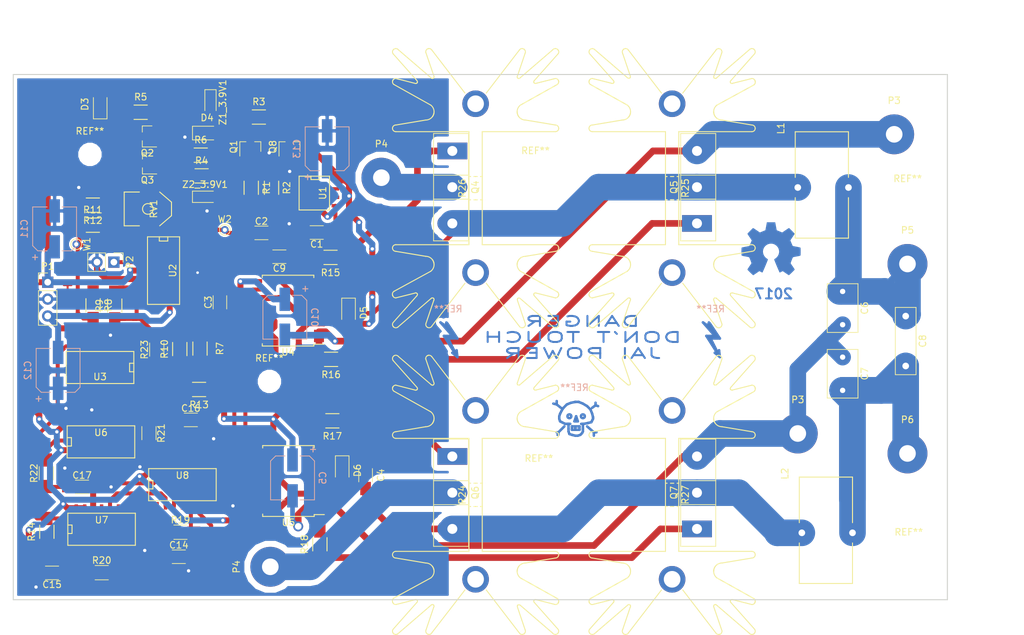
<source format=kicad_pcb>
(kicad_pcb (version 4) (host pcbnew 4.0.6)
  (title_block (title "Etapa de amplificación Clase-D") (date 2017-03-28) (rev 02) (company "Universidad de Cantabria") (comment 1 "Alumno: Jairo Estefanía Vilumbrales") (comment 2 "Director: Christian Brañas"))
  (layers (0 F.Cu signal) (31 B.Cu signal) (34 B.Paste user) (35 F.Paste user) (36 B.SilkS user) (37 F.SilkS user) (38 B.Mask user) (39 F.Mask user) (44 Edge.Cuts user))
  (net 0 "")
  (net 1 "Net-(C1-Pad1)")
  (net 2 GND)
  (net 3 "/Operational Amplifiers/triangular_signal")
  (net 4 "Net-(C3-Pad1)")
  (net 5 "Net-(C3-Pad2)")
  (net 6 "Net-(Q1-Pad1)")
  (net 7 "Net-(Q1-Pad3)")
  (net 8 "Net-(Q2-Pad2)")
  (net 9 "Net-(Q3-Pad2)")
  (net 10 "Net-(R1-Pad2)")
  (net 11 VCC)
  (net 12 "Net-(R10-Pad1)")
  (net 13 "Net-(R8-Pad1)")
  (net 14 "/Operational Amplifiers/triangular_filtered")
  (net 15 "/Operational Amplifiers/audio_no_inv")
  (net 16 "Net-(R11-Pad2)")
  (net 17 "Net-(C4-Pad1)")
  (net 18 "Net-(C4-Pad2)")
  (net 19 "Net-(C6-Pad1)")
  (net 20 VEE)
  (net 21 GNDPWR)
  (net 22 "/Operational Amplifiers/audio_inv")
  (net 23 "Net-(R15-Pad2)")
  (net 24 "Net-(R16-Pad2)")
  (net 25 "Net-(R17-Pad2)")
  (net 26 "Net-(R18-Pad2)")
  (net 27 "Net-(C7-Pad2)")
  (net 28 "Net-(D3-Pad1)")
  (net 29 "Net-(D4-Pad2)")
  (net 30 "/Operational Amplifiers/audio_in")
  (net 31 "Net-(C9-Pad1)")
  (net 32 "Net-(C9-Pad2)")
  (net 33 "Net-(C14-Pad1)")
  (net 34 "Net-(C15-Pad1)")
  (net 35 "Net-(C16-Pad1)")
  (net 36 "Net-(C17-Pad1)")
  (net 37 "/Operational Amplifiers/PWM_positive")
  (net 38 "/Operational Amplifiers/PWM_negative")
  (net 39 "Net-(R19-Pad2)")
  (net 40 "Net-(R20-Pad2)")
  (net 41 "Net-(R21-Pad2)")
  (net 42 "Net-(R22-Pad2)")
  (net 43 "/Mosfets and drivers/Hin_positive")
  (net 44 "/Mosfets and drivers/Lin_positive")
  (net 45 "/Mosfets and drivers/Hin_negative")
  (net 46 "/Mosfets and drivers/Lin_negative")
  (net 47 "Net-(U7-Pad8)")
  (net 48 "Net-(R12-Pad1)")
  (net 49 -12VA)
  (net 50 "Net-(R23-Pad2)")
  (net 51 "Net-(Q2-Pad1)")
  (net 52 "Net-(Q3-Pad1)")
  (net 53 "Net-(Q4-Pad1)")
  (net 54 "Net-(Q5-Pad1)")
  (net 55 "Net-(Q6-Pad1)")
  (net 56 "Net-(Q7-Pad1)")
  (net 57 "Net-(R24-Pad1)")
  (net 58 "Net-(R25-Pad1)")
  (net 59 "Net-(R26-Pad1)")
  (net 60 "Net-(R27-Pad1)")
  (net 61 "Net-(U7-Pad4)")
  (net 62 "Net-(U6-Pad4)")
  (net 63 "Net-(U6-Pad8)")
  (net 64 "Net-(Q8-Pad1)")
  (module Symbols:Symbol_Highvoltage_Type1_CopperTop_Small (layer B.Cu) (at 182.83 106.97 180)
    (fp_text reference REF** (at 1.016 5.207 180) (layer B.SilkS) (effects (justify mirror)))
    (fp_text value Symbol_Highvoltage_Type1_CopperTop_Small)
    (fp_line (start 1.397 2.794) (end 0 0.889) (layer B.Cu) (width 0.381))
    (fp_line (start 0 0.889) (end 1.27 0.889) (layer B.Cu) (width 0.381))
    (fp_line (start -0.254 -1.016) (end -0.381 -2.032) (layer B.Cu) (width 0.381))
    (fp_line (start -0.381 -2.032) (end 0.381 -1.397) (layer B.Cu) (width 0.381))
    (fp_line (start 0.381 -1.397) (end -0.127 -1.651) (layer B.Cu) (width 0.381))
    (fp_line (start -0.127 -1.651) (end 1.651 1.143) (layer B.Cu) (width 0.381))
    (fp_line (start 1.651 1.143) (end 0.381 1.143) (layer B.Cu) (width 0.381))
    (fp_line (start 0.381 1.143) (end 2.159 3.175) (layer B.Cu) (width 0.381))
    (fp_line (start 2.159 3.175) (end 1.397 2.667) (layer B.Cu) (width 0.381))
    (fp_line (start 1.397 2.667) (end 1.27 3.175) (layer B.Cu) (width 0.381))
    (fp_line (start 1.143 3.048) (end -0.381 0.762) (layer B.Cu) (width 0.381))
    (fp_line (start -0.381 0.762) (end 1.016 0.762) (layer B.Cu) (width 0.381))
    (fp_line (start 1.016 0.762) (end -0.127 -1.524) (layer B.Cu) (width 0.381))
    (fp_line (start -0.127 -1.524) (end -0.254 -1.016) (layer B.Cu) (width 0.381))
  )
  (module Mounting_Holes:MountingHole_2.5mm (layer F.Cu) (at 211.63 138.83)
    (fp_text reference REF** (at 0 -3.5) (layer F.SilkS))
    (fp_text value MountingHole_2.5mm)
    (pad 1 np_thru_hole circle (at 0 0) (size 2.5 2.5) (drill 2.5) (layers *.Cu *.Mask))
  )
  (module Mounting_Holes:MountingHole_2.5mm (layer F.Cu) (at 155.48 81.46)
    (fp_text reference REF** (at 0 -3.5) (layer F.SilkS))
    (fp_text value MountingHole_2.5mm)
    (pad 1 np_thru_hole circle (at 0 0) (size 2.5 2.5) (drill 2.5) (layers *.Cu *.Mask))
  )
  (module Mounting_Holes:MountingHole_2.5mm (layer F.Cu) (at 155.99 127.74)
    (fp_text reference REF** (at 0 -3.5) (layer F.SilkS))
    (fp_text value MountingHole_2.5mm)
    (pad 1 np_thru_hole circle (at 0 0) (size 2.5 2.5) (drill 2.5) (layers *.Cu *.Mask))
  )
  (module Mounting_Holes:MountingHole_2.5mm (layer F.Cu) (at 115.46 112.67)
    (fp_text reference REF** (at 0 -3.5) (layer F.SilkS))
    (fp_text value MountingHole_2.5mm)
    (pad 1 np_thru_hole circle (at 0 0) (size 2.5 2.5) (drill 2.5) (layers *.Cu *.Mask))
  )
  (module Capacitors_SMD:CP_Elec_6.3x5.8 (layer B.Cu) (at 124.1406 77.6728 90)
    (fp_text reference C13 (at 0 -4.56 90) (layer B.SilkS) (effects (justify mirror)))
    (fp_text value 22u)
    (fp_text user + (at -4.28 -3.01 90) (layer B.SilkS) (effects (justify mirror)))
    (pad 1 smd rect (at -2.7 0 270) (size 3.5 1.6) (layers B.Cu B.Paste B.Mask) (net 11 VCC))
    (pad 2 smd rect (at 2.7 0 270) (size 3.5 1.6) (layers B.Cu B.Paste B.Mask) (net 2 GND))
  )
  (module Resistors_SMD:R_1206_HandSoldering (layer F.Cu) (at 96.09 72.18)
    (fp_text reference R5 (at 0 -2.3) (layer F.SilkS))
    (fp_text value 4.7)
    (pad 1 smd rect (at -2 0) (size 2 1.7) (layers F.Cu F.Paste F.Mask) (net 28 "Net-(D3-Pad1)"))
    (pad 2 smd rect (at 2 0) (size 2 1.7) (layers F.Cu F.Paste F.Mask) (net 8 "Net-(Q2-Pad2)"))
  )
  (module Wire_Pads:SolderWirePad_single_2-5mmDrill (layer F.Cu) (at 194.93 120.5)
    (fp_text reference P3 (at 0 -5.08) (layer F.SilkS))
    (fp_text value CONN_01X01)
    (pad 1 thru_hole circle (at 0 0) (size 5.99948 5.99948) (drill 2.49936) (layers *.Cu *.Mask) (net 21 GNDPWR))
  )
  (module Wire_Pads:SolderWirePad_single_2-5mmDrill (layer F.Cu) (at 115.58588 140.55048 90)
    (fp_text reference P4 (at 0 -5.08 90) (layer F.SilkS))
    (fp_text value CONN_01X01)
    (pad 1 thru_hole circle (at 0 0 90) (size 5.99948 5.99948) (drill 2.49936) (layers *.Cu *.Mask) (net 20 VEE))
  )
  (module TO_SOT_Packages_SMD:SOT-23 (layer F.Cu) (at 112.58 77.3752 90)
    (fp_text reference Q1 (at 0 -2.5 90) (layer F.SilkS))
    (fp_text value MMBT3904)
    (pad 1 smd rect (at -1 -0.95 90) (size 0.9 0.8) (layers F.Cu F.Paste F.Mask) (net 6 "Net-(Q1-Pad1)"))
    (pad 2 smd rect (at -1 0.95 90) (size 0.9 0.8) (layers F.Cu F.Paste F.Mask) (net 2 GND))
    (pad 3 smd rect (at 1 0 90) (size 0.9 0.8) (layers F.Cu F.Paste F.Mask) (net 7 "Net-(Q1-Pad3)"))
  )
  (module TO_SOT_Packages_SMD:SOT-23 (layer F.Cu) (at 97.092454 75.815464 180)
    (fp_text reference Q2 (at 0 -2.5 180) (layer F.SilkS))
    (fp_text value MMBT3906)
    (pad 1 smd rect (at -1 -0.95 180) (size 0.9 0.8) (layers F.Cu F.Paste F.Mask) (net 51 "Net-(Q2-Pad1)"))
    (pad 2 smd rect (at -1 0.95 180) (size 0.9 0.8) (layers F.Cu F.Paste F.Mask) (net 8 "Net-(Q2-Pad2)"))
    (pad 3 smd rect (at 1 0 180) (size 0.9 0.8) (layers F.Cu F.Paste F.Mask) (net 3 "/Operational Amplifiers/triangular_signal"))
  )
  (module TO_SOT_Packages_SMD:SOT-23 (layer F.Cu) (at 97.108454 79.879464 180)
    (fp_text reference Q3 (at 0 -2.5 180) (layer F.SilkS))
    (fp_text value MMBT3904)
    (pad 1 smd rect (at -1 -0.95 180) (size 0.9 0.8) (layers F.Cu F.Paste F.Mask) (net 52 "Net-(Q3-Pad1)"))
    (pad 2 smd rect (at -1 0.95 180) (size 0.9 0.8) (layers F.Cu F.Paste F.Mask) (net 9 "Net-(Q3-Pad2)"))
    (pad 3 smd rect (at 1 0 180) (size 0.9 0.8) (layers F.Cu F.Paste F.Mask) (net 3 "/Operational Amplifiers/triangular_signal"))
  )
  (module Capacitors_SMD:C_1206_HandSoldering (layer F.Cu) (at 129.9191 126.77606 270)
    (fp_text reference C4 (at 0 -2.3 270) (layer F.SilkS))
    (fp_text value 100n)
    (pad 1 smd rect (at -2 0 270) (size 2 1.6) (layers F.Cu F.Paste F.Mask) (net 17 "Net-(C4-Pad1)"))
    (pad 2 smd rect (at 2 0 270) (size 2 1.6) (layers F.Cu F.Paste F.Mask) (net 18 "Net-(C4-Pad2)"))
  )
  (module Resistors_SMD:R_1206_HandSoldering (layer F.Cu) (at 112.72 83.54 270)
    (fp_text reference R1 (at 0 -2.3 270) (layer F.SilkS))
    (fp_text value 4.7k)
    (pad 1 smd rect (at -2 0 270) (size 2 1.7) (layers F.Cu F.Paste F.Mask) (net 6 "Net-(Q1-Pad1)"))
    (pad 2 smd rect (at 2 0 270) (size 2 1.7) (layers F.Cu F.Paste F.Mask) (net 10 "Net-(R1-Pad2)"))
  )
  (module Resistors_SMD:R_1206_HandSoldering (layer F.Cu) (at 115.77 83.54 270)
    (fp_text reference R2 (at 0 -2.3 270) (layer F.SilkS))
    (fp_text value 4.7k)
    (pad 1 smd rect (at -2 0 270) (size 2 1.7) (layers F.Cu F.Paste F.Mask) (net 64 "Net-(Q8-Pad1)"))
    (pad 2 smd rect (at 2 0 270) (size 2 1.7) (layers F.Cu F.Paste F.Mask) (net 10 "Net-(R1-Pad2)"))
  )
  (module Resistors_SMD:R_1206_HandSoldering (layer F.Cu) (at 113.87 72.9)
    (fp_text reference R3 (at 0 -2.3) (layer F.SilkS))
    (fp_text value 100k)
    (pad 1 smd rect (at -2 0) (size 2 1.7) (layers F.Cu F.Paste F.Mask) (net 51 "Net-(Q2-Pad1)"))
    (pad 2 smd rect (at 2 0) (size 2 1.7) (layers F.Cu F.Paste F.Mask) (net 7 "Net-(Q1-Pad3)"))
  )
  (module Resistors_SMD:R_1206_HandSoldering (layer F.Cu) (at 105.259463 81.753595)
    (fp_text reference R4 (at 0 -2.3) (layer F.SilkS))
    (fp_text value 100k)
    (pad 1 smd rect (at -2 0) (size 2 1.7) (layers F.Cu F.Paste F.Mask) (net 52 "Net-(Q3-Pad1)"))
    (pad 2 smd rect (at 2 0) (size 2 1.7) (layers F.Cu F.Paste F.Mask) (net 7 "Net-(Q1-Pad3)"))
  )
  (module Resistors_SMD:R_1206_HandSoldering (layer F.Cu) (at 105.128074 78.636624)
    (fp_text reference R6 (at 0 -2.3) (layer F.SilkS))
    (fp_text value 4.7)
    (pad 1 smd rect (at -2 0) (size 2 1.7) (layers F.Cu F.Paste F.Mask) (net 9 "Net-(Q3-Pad2)"))
    (pad 2 smd rect (at 2 0) (size 2 1.7) (layers F.Cu F.Paste F.Mask) (net 29 "Net-(D4-Pad2)"))
  )
  (module Resistors_SMD:R_1206_HandSoldering (layer F.Cu) (at 105.010631 107.729105 270)
    (fp_text reference R7 (at 0 -3 270) (layer F.SilkS))
    (fp_text value 12k)
    (pad 1 smd rect (at -2 0 270) (size 2 1.7) (layers F.Cu F.Paste F.Mask) (net 12 "Net-(R10-Pad1)"))
    (pad 2 smd rect (at 2 0 270) (size 2 1.7) (layers F.Cu F.Paste F.Mask) (net 4 "Net-(C3-Pad1)"))
  )
  (module Resistors_SMD:R_1206_HandSoldering (layer F.Cu) (at 88.933244 101.210778 270)
    (fp_text reference R8 (at 0 -2.3 270) (layer F.SilkS))
    (fp_text value 56k)
    (pad 1 smd rect (at -2 0 270) (size 2 1.7) (layers F.Cu F.Paste F.Mask) (net 13 "Net-(R8-Pad1)"))
    (pad 2 smd rect (at 2 0 270) (size 2 1.7) (layers F.Cu F.Paste F.Mask) (net 15 "/Operational Amplifiers/audio_no_inv"))
  )
  (module Resistors_SMD:R_1206_HandSoldering (layer F.Cu) (at 92.184444 101.264118 90)
    (fp_text reference R9 (at 0 -2.3 90) (layer F.SilkS))
    (fp_text value 56k)
    (pad 1 smd rect (at -2 0 90) (size 2 1.7) (layers F.Cu F.Paste F.Mask) (net 50 "Net-(R23-Pad2)"))
    (pad 2 smd rect (at 2 0 90) (size 2 1.7) (layers F.Cu F.Paste F.Mask) (net 13 "Net-(R8-Pad1)"))
  )
  (module Resistors_SMD:R_1206_HandSoldering (layer F.Cu) (at 101.970631 107.799105 90)
    (fp_text reference R10 (at 0 -2.3 90) (layer F.SilkS))
    (fp_text value 12k)
    (pad 1 smd rect (at -2 0 90) (size 2 1.7) (layers F.Cu F.Paste F.Mask) (net 12 "Net-(R10-Pad1)"))
    (pad 2 smd rect (at 2 0 90) (size 2 1.7) (layers F.Cu F.Paste F.Mask) (net 14 "/Operational Amplifiers/triangular_filtered"))
  )
  (module Resistors_SMD:R_1206_HandSoldering (layer F.Cu) (at 88.895514 89.161024)
    (fp_text reference R11 (at 0 -2.3) (layer F.SilkS))
    (fp_text value 0)
    (pad 1 smd rect (at -2 0) (size 2 1.7) (layers F.Cu F.Paste F.Mask) (net 15 "/Operational Amplifiers/audio_no_inv"))
    (pad 2 smd rect (at 2 0) (size 2 1.7) (layers F.Cu F.Paste F.Mask) (net 16 "Net-(R11-Pad2)"))
  )
  (module Resistors_SMD:R_1206_HandSoldering (layer F.Cu) (at 88.895514 86.153664 180)
    (fp_text reference R12 (at 0 -2.3 180) (layer F.SilkS))
    (fp_text value NC)
    (pad 1 smd rect (at -2 0 180) (size 2 1.7) (layers F.Cu F.Paste F.Mask) (net 48 "Net-(R12-Pad1)"))
    (pad 2 smd rect (at 2 0 180) (size 2 1.7) (layers F.Cu F.Paste F.Mask) (net 2 GND))
  )
  (module Resistors_SMD:R_1206_HandSoldering (layer F.Cu) (at 104.87724 113.88048 180)
    (fp_text reference R13 (at 0 -2.3 180) (layer F.SilkS))
    (fp_text value 1k2)
    (pad 1 smd rect (at -2 0 180) (size 2 1.7) (layers F.Cu F.Paste F.Mask) (net 11 VCC))
    (pad 2 smd rect (at 2 0 180) (size 2 1.7) (layers F.Cu F.Paste F.Mask) (net 37 "/Operational Amplifiers/PWM_positive"))
  )
  (module Resistors_SMD:R_1206_HandSoldering (layer F.Cu) (at 81.9766 135.281 90)
    (fp_text reference R14 (at 0 -2.3 90) (layer F.SilkS))
    (fp_text value 1k2)
    (pad 1 smd rect (at -2 0 90) (size 2 1.7) (layers F.Cu F.Paste F.Mask) (net 11 VCC))
    (pad 2 smd rect (at 2 0 90) (size 2 1.7) (layers F.Cu F.Paste F.Mask) (net 38 "/Operational Amplifiers/PWM_negative"))
  )
  (module Resistors_SMD:R_1206_HandSoldering (layer F.Cu) (at 124.6486 94.0126 180)
    (fp_text reference R15 (at 0 -2.3 180) (layer F.SilkS))
    (fp_text value 10)
    (pad 1 smd rect (at -2 0 180) (size 2 1.7) (layers F.Cu F.Paste F.Mask) (net 53 "Net-(Q4-Pad1)"))
    (pad 2 smd rect (at 2 0 180) (size 2 1.7) (layers F.Cu F.Paste F.Mask) (net 23 "Net-(R15-Pad2)"))
  )
  (module Resistors_SMD:R_1206_HandSoldering (layer F.Cu) (at 124.72988 109.34658 180)
    (fp_text reference R16 (at 0 -2.3 180) (layer F.SilkS))
    (fp_text value 10)
    (pad 1 smd rect (at -2 0 180) (size 2 1.7) (layers F.Cu F.Paste F.Mask) (net 54 "Net-(Q5-Pad1)"))
    (pad 2 smd rect (at 2 0 180) (size 2 1.7) (layers F.Cu F.Paste F.Mask) (net 24 "Net-(R16-Pad2)"))
  )
  (module Resistors_SMD:R_1206_HandSoldering (layer F.Cu) (at 124.92292 118.59472 180)
    (fp_text reference R17 (at 0 -2.3 180) (layer F.SilkS))
    (fp_text value 10)
    (pad 1 smd rect (at -2 0 180) (size 2 1.7) (layers F.Cu F.Paste F.Mask) (net 55 "Net-(Q6-Pad1)"))
    (pad 2 smd rect (at 2 0 180) (size 2 1.7) (layers F.Cu F.Paste F.Mask) (net 25 "Net-(R17-Pad2)"))
  )
  (module Resistors_SMD:R_1206_HandSoldering (layer F.Cu) (at 123.04332 137.16212 90)
    (fp_text reference R18 (at 0 -2.3 90) (layer F.SilkS))
    (fp_text value 10)
    (pad 1 smd rect (at -2 0 90) (size 2 1.7) (layers F.Cu F.Paste F.Mask) (net 56 "Net-(Q7-Pad1)"))
    (pad 2 smd rect (at 2 0 90) (size 2 1.7) (layers F.Cu F.Paste F.Mask) (net 26 "Net-(R18-Pad2)"))
  )
  (module Diodes_SMD:D_1206 (layer F.Cu) (at 127.35404 102.34704 270)
    (fp_text reference D5 (at 0 -2.3 270) (layer F.SilkS))
    (fp_text value D)
    (pad 1 smd rect (at -1.5 0 270) (size 1 1.6) (layers F.Cu F.Paste F.Mask) (net 31 "Net-(C9-Pad1)"))
    (pad 2 smd rect (at 1.5 0 270) (size 1 1.6) (layers F.Cu F.Paste F.Mask) (net 11 VCC))
  )
  (module Diodes_SMD:D_1206 (layer F.Cu) (at 126.4012 126.05724 270)
    (fp_text reference D6 (at 0 -2.3 270) (layer F.SilkS))
    (fp_text value D)
    (pad 1 smd rect (at -1.5 0 270) (size 1 1.6) (layers F.Cu F.Paste F.Mask) (net 17 "Net-(C4-Pad1)"))
    (pad 2 smd rect (at 1.5 0 270) (size 1 1.6) (layers F.Cu F.Paste F.Mask) (net 11 VCC))
  )
  (module Pin_Headers:Pin_Header_Straight_1x02_Pitch2.54mm (layer F.Cu) (at 92.0604 94.7238 270)
    (fp_text reference P2 (at 0 -2.39 270) (layer F.SilkS))
    (fp_text value BNC)
    (pad 1 thru_hole rect (at 0 0 270) (size 1.7 1.7) (drill 1) (layers *.Cu *.Mask) (net 30 "/Operational Amplifiers/audio_in"))
    (pad 2 thru_hole oval (at 0 2.54 270) (size 1.7 1.7) (drill 1) (layers *.Cu *.Mask) (net 2 GND))
  )
  (module SMD_Packages:SOIC-14_N (layer F.Cu) (at 99.655905 95.996769 270)
    (fp_text reference U2 (at 0 -1.27 270) (layer F.SilkS))
    (fp_text value TL084)
    (pad 1 smd rect (at -3.81 3.302 270) (size 0.508 1.143) (layers F.Cu F.Paste F.Mask) (net 15 "/Operational Amplifiers/audio_no_inv"))
    (pad 2 smd rect (at -2.54 3.302 270) (size 0.508 1.143) (layers F.Cu F.Paste F.Mask) (net 48 "Net-(R12-Pad1)"))
    (pad 3 smd rect (at -1.27 3.302 270) (size 0.508 1.143) (layers F.Cu F.Paste F.Mask) (net 30 "/Operational Amplifiers/audio_in"))
    (pad 4 smd rect (at 0 3.302 270) (size 0.508 1.143) (layers F.Cu F.Paste F.Mask) (net 11 VCC))
    (pad 5 smd rect (at 1.27 3.302 270) (size 0.508 1.143) (layers F.Cu F.Paste F.Mask) (net 2 GND))
    (pad 6 smd rect (at 2.54 3.302 270) (size 0.508 1.143) (layers F.Cu F.Paste F.Mask) (net 13 "Net-(R8-Pad1)"))
    (pad 7 smd rect (at 3.81 3.302 270) (size 0.508 1.143) (layers F.Cu F.Paste F.Mask) (net 50 "Net-(R23-Pad2)"))
    (pad 8 smd rect (at 3.81 -3.048 270) (size 0.508 1.143) (layers F.Cu F.Paste F.Mask) (net 14 "/Operational Amplifiers/triangular_filtered"))
    (pad 9 smd rect (at 2.54 -3.048 270) (size 0.508 1.143) (layers F.Cu F.Paste F.Mask) (net 12 "Net-(R10-Pad1)"))
    (pad 11 smd rect (at 0 -3.048 270) (size 0.508 1.143) (layers F.Cu F.Paste F.Mask) (net 49 -12VA))
    (pad 12 smd rect (at -1.27 -3.048 270) (size 0.508 1.143) (layers F.Cu F.Paste F.Mask) (net 3 "/Operational Amplifiers/triangular_signal"))
    (pad 13 smd rect (at -2.54 -3.048 270) (size 0.508 1.143) (layers F.Cu F.Paste F.Mask) (net 5 "Net-(C3-Pad2)"))
    (pad 14 smd rect (at -3.81 -3.048 270) (size 0.508 1.143) (layers F.Cu F.Paste F.Mask) (net 5 "Net-(C3-Pad2)"))
    (pad 10 smd rect (at 1.27 -3.048 270) (size 0.508 1.143) (layers F.Cu F.Paste F.Mask) (net 2 GND))
  )
  (module SMD_Packages:SOIC-14_N (layer F.Cu) (at 89.9776 110.7004 180)
    (fp_text reference U3 (at 0 -1.27 180) (layer F.SilkS))
    (fp_text value LM319)
    (pad 1 smd rect (at -3.81 3.302 180) (size 0.508 1.143) (layers F.Cu F.Paste F.Mask))
    (pad 2 smd rect (at -2.54 3.302 180) (size 0.508 1.143) (layers F.Cu F.Paste F.Mask))
    (pad 3 smd rect (at -1.27 3.302 180) (size 0.508 1.143) (layers F.Cu F.Paste F.Mask) (net 2 GND))
    (pad 4 smd rect (at 0 3.302 180) (size 0.508 1.143) (layers F.Cu F.Paste F.Mask) (net 14 "/Operational Amplifiers/triangular_filtered"))
    (pad 5 smd rect (at 1.27 3.302 180) (size 0.508 1.143) (layers F.Cu F.Paste F.Mask) (net 15 "/Operational Amplifiers/audio_no_inv"))
    (pad 6 smd rect (at 2.54 3.302 180) (size 0.508 1.143) (layers F.Cu F.Paste F.Mask) (net 49 -12VA))
    (pad 7 smd rect (at 3.81 3.302 180) (size 0.508 1.143) (layers F.Cu F.Paste F.Mask) (net 38 "/Operational Amplifiers/PWM_negative"))
    (pad 8 smd rect (at 3.81 -3.048 180) (size 0.508 1.143) (layers F.Cu F.Paste F.Mask) (net 2 GND))
    (pad 9 smd rect (at 2.54 -3.048 180) (size 0.508 1.143) (layers F.Cu F.Paste F.Mask) (net 14 "/Operational Amplifiers/triangular_filtered"))
    (pad 11 smd rect (at 0 -3.048 180) (size 0.508 1.143) (layers F.Cu F.Paste F.Mask) (net 11 VCC))
    (pad 12 smd rect (at -1.27 -3.048 180) (size 0.508 1.143) (layers F.Cu F.Paste F.Mask) (net 37 "/Operational Amplifiers/PWM_positive"))
    (pad 13 smd rect (at -2.54 -3.048 180) (size 0.508 1.143) (layers F.Cu F.Paste F.Mask))
    (pad 14 smd rect (at -3.81 -3.048 180) (size 0.508 1.143) (layers F.Cu F.Paste F.Mask))
    (pad 10 smd rect (at 1.27 -3.048 180) (size 0.508 1.143) (layers F.Cu F.Paste F.Mask) (net 22 "/Operational Amplifiers/audio_inv"))
  )
  (module Pin_Headers:Pin_Header_Straight_1x03_Pitch2.54mm (layer F.Cu) (at 82.1036 97.7464)
    (fp_text reference P1 (at 0 -2.39) (layer F.SilkS))
    (fp_text value CONN_01X03)
    (pad 1 thru_hole rect (at 0 0) (size 1.7 1.7) (drill 1) (layers *.Cu *.Mask) (net 11 VCC))
    (pad 2 thru_hole oval (at 0 2.54) (size 1.7 1.7) (drill 1) (layers *.Cu *.Mask) (net 2 GND))
    (pad 3 thru_hole oval (at 0 5.08) (size 1.7 1.7) (drill 1) (layers *.Cu *.Mask) (net 49 -12VA))
  )
  (module Wire_Pads:SolderWirePad_single_2-5mmDrill (layer F.Cu) (at 209.43 75.5)
    (fp_text reference P3 (at 0 -5.08) (layer F.SilkS))
    (fp_text value CONN_01X01)
    (pad 1 thru_hole circle (at 0 0) (size 5.99948 5.99948) (drill 2.49936) (layers *.Cu *.Mask) (net 21 GNDPWR))
  )
  (module Wire_Pads:SolderWirePad_single_2-5mmDrill (layer F.Cu) (at 132.294 82.0238)
    (fp_text reference P4 (at 0 -5.08) (layer F.SilkS))
    (fp_text value CONN_01X01)
    (pad 1 thru_hole circle (at 0 0) (size 5.99948 5.99948) (drill 2.49936) (layers *.Cu *.Mask) (net 20 VEE))
  )
  (module Connect:PINTST (layer F.Cu) (at 86.3962 92.0314 270)
    (fp_text reference W1 (at 0 -1.6 270) (layer F.SilkS))
    (fp_text value TEST_1P)
    (pad 1 thru_hole circle (at 0 0 270) (size 1.143 1.143) (drill 0.635) (layers *.Cu *.Mask) (net 15 "/Operational Amplifiers/audio_no_inv"))
  )
  (module Connect:PINTST (layer F.Cu) (at 108.7482 89.8724)
    (fp_text reference W2 (at 0 -1.6) (layer F.SilkS))
    (fp_text value TEST_1P)
    (pad 1 thru_hole circle (at 0 0) (size 1.143 1.143) (drill 0.635) (layers *.Cu *.Mask) (net 3 "/Operational Amplifiers/triangular_signal"))
  )
  (module TO_SOT_Packages_THT:TO-247_TO-3P_Vertical (layer F.Cu) (at 142.967691 123.95335 270)
    (fp_text reference Q6 (at 5.45 -3.45 270) (layer F.SilkS))
    (fp_text value Q_NMOS_GDS)
    (pad 1 thru_hole rect (at 0 0 270) (size 2.5 4.5) (drill 1.5) (layers *.Cu *.Mask) (net 55 "Net-(Q6-Pad1)"))
    (pad 2 thru_hole oval (at 5.45 0 270) (size 2.5 4.5) (drill 1.5) (layers *.Cu *.Mask) (net 20 VEE))
    (pad 3 thru_hole oval (at 10.9 0 270) (size 2.5 4.5) (drill 1.5) (layers *.Cu *.Mask) (net 18 "Net-(C4-Pad2)"))
  )
  (module TO_SOT_Packages_THT:TO-247_TO-3P_Vertical (layer F.Cu) (at 179.767111 134.85335 90)
    (fp_text reference Q7 (at 5.45 -3.45 90) (layer F.SilkS))
    (fp_text value Q_NMOS_GDS)
    (pad 1 thru_hole rect (at 0 0 90) (size 2.5 4.5) (drill 1.5) (layers *.Cu *.Mask) (net 56 "Net-(Q7-Pad1)"))
    (pad 2 thru_hole oval (at 5.45 0 90) (size 2.5 4.5) (drill 1.5) (layers *.Cu *.Mask) (net 18 "Net-(C4-Pad2)"))
    (pad 3 thru_hole oval (at 10.9 0 90) (size 2.5 4.5) (drill 1.5) (layers *.Cu *.Mask) (net 21 GNDPWR))
  )
  (module Capacitors_SMD:C_1206_HandSoldering (layer F.Cu) (at 101.82924 139.03918)
    (fp_text reference C14 (at 0 -1.75) (layer F.SilkS))
    (fp_text value 100p)
    (pad 1 smd rect (at -2 0) (size 2 1.6) (layers F.Cu F.Paste F.Mask) (net 33 "Net-(C14-Pad1)"))
    (pad 2 smd rect (at 2 0) (size 2 1.6) (layers F.Cu F.Paste F.Mask) (net 2 GND))
  )
  (module Capacitors_SMD:C_1206_HandSoldering (layer F.Cu) (at 82.75892 141.46996 180)
    (fp_text reference C15 (at 0 -1.75 180) (layer F.SilkS))
    (fp_text value 100p)
    (pad 1 smd rect (at -2 0 180) (size 2 1.6) (layers F.Cu F.Paste F.Mask) (net 34 "Net-(C15-Pad1)"))
    (pad 2 smd rect (at 2 0 180) (size 2 1.6) (layers F.Cu F.Paste F.Mask) (net 2 GND))
  )
  (module Capacitors_SMD:C_1206_HandSoldering (layer F.Cu) (at 103.63518 118.4601)
    (fp_text reference C16 (at 0 -1.75) (layer F.SilkS))
    (fp_text value 100p)
    (pad 1 smd rect (at -2 0) (size 2 1.6) (layers F.Cu F.Paste F.Mask) (net 35 "Net-(C16-Pad1)"))
    (pad 2 smd rect (at 2 0) (size 2 1.6) (layers F.Cu F.Paste F.Mask) (net 2 GND))
  )
  (module Capacitors_SMD:C_1206_HandSoldering (layer F.Cu) (at 87.26996 128.53882)
    (fp_text reference C17 (at 0 -1.75) (layer F.SilkS))
    (fp_text value 100p)
    (pad 1 smd rect (at -2 0) (size 2 1.6) (layers F.Cu F.Paste F.Mask) (net 36 "Net-(C17-Pad1)"))
    (pad 2 smd rect (at 2 0) (size 2 1.6) (layers F.Cu F.Paste F.Mask) (net 2 GND))
  )
  (module Resistors_SMD:R_1206_HandSoldering (layer F.Cu) (at 102.07054 135.34856)
    (fp_text reference R19 (at 0 -1.85) (layer F.SilkS))
    (fp_text value 3300)
    (pad 1 smd rect (at -2 0) (size 2 1.7) (layers F.Cu F.Paste F.Mask) (net 33 "Net-(C14-Pad1)"))
    (pad 2 smd rect (at 2 0) (size 2 1.7) (layers F.Cu F.Paste F.Mask) (net 39 "Net-(R19-Pad2)"))
  )
  (module Resistors_SMD:R_1206_HandSoldering (layer F.Cu) (at 90.2316 141.43694)
    (fp_text reference R20 (at 0 -1.85) (layer F.SilkS))
    (fp_text value 3300)
    (pad 1 smd rect (at -2 0) (size 2 1.7) (layers F.Cu F.Paste F.Mask) (net 34 "Net-(C15-Pad1)"))
    (pad 2 smd rect (at 2 0) (size 2 1.7) (layers F.Cu F.Paste F.Mask) (net 40 "Net-(R20-Pad2)"))
  )
  (module Resistors_SMD:R_1206_HandSoldering (layer F.Cu) (at 97.33598 120.44638 270)
    (fp_text reference R21 (at 0 -1.85 270) (layer F.SilkS))
    (fp_text value 3300)
    (pad 1 smd rect (at -2 0 270) (size 2 1.7) (layers F.Cu F.Paste F.Mask) (net 35 "Net-(C16-Pad1)"))
    (pad 2 smd rect (at 2 0 270) (size 2 1.7) (layers F.Cu F.Paste F.Mask) (net 41 "Net-(R21-Pad2)"))
  )
  (module Resistors_SMD:R_1206_HandSoldering (layer F.Cu) (at 81.90294 126.47786 90)
    (fp_text reference R22 (at 0 -1.85 90) (layer F.SilkS))
    (fp_text value 3300)
    (pad 1 smd rect (at -2 0 90) (size 2 1.7) (layers F.Cu F.Paste F.Mask) (net 36 "Net-(C17-Pad1)"))
    (pad 2 smd rect (at 2 0 90) (size 2 1.7) (layers F.Cu F.Paste F.Mask) (net 42 "Net-(R22-Pad2)"))
  )
  (module Capacitors_SMD:C_1206_HandSoldering (layer F.Cu) (at 122.56858 90.269492 180)
    (fp_text reference C1 (at 0 -1.75 180) (layer F.SilkS))
    (fp_text value 10n)
    (pad 1 smd rect (at -2 0 180) (size 2 1.6) (layers F.Cu F.Paste F.Mask) (net 1 "Net-(C1-Pad1)"))
    (pad 2 smd rect (at 2 0 180) (size 2 1.6) (layers F.Cu F.Paste F.Mask) (net 2 GND))
  )
  (module Capacitors_SMD:C_1206_HandSoldering (layer F.Cu) (at 114.2534 90.3296)
    (fp_text reference C2 (at 0 -1.75) (layer F.SilkS))
    (fp_text value 10n)
    (pad 1 smd rect (at -2 0) (size 2 1.6) (layers F.Cu F.Paste F.Mask) (net 3 "/Operational Amplifiers/triangular_signal"))
    (pad 2 smd rect (at 2 0) (size 2 1.6) (layers F.Cu F.Paste F.Mask) (net 2 GND))
  )
  (module Capacitors_SMD:C_1206_HandSoldering (layer F.Cu) (at 108.0116 100.769 90)
    (fp_text reference C3 (at 0 -1.75 90) (layer F.SilkS))
    (fp_text value 10n)
    (pad 1 smd rect (at -2 0 90) (size 2 1.6) (layers F.Cu F.Paste F.Mask) (net 4 "Net-(C3-Pad1)"))
    (pad 2 smd rect (at 2 0 90) (size 2 1.6) (layers F.Cu F.Paste F.Mask) (net 5 "Net-(C3-Pad2)"))
  )
  (module Capacitors_SMD:C_1206_HandSoldering (layer F.Cu) (at 116.9524 93.911 180)
    (fp_text reference C9 (at 0 -1.75 180) (layer F.SilkS))
    (fp_text value 100n)
    (pad 1 smd rect (at -2 0 180) (size 2 1.6) (layers F.Cu F.Paste F.Mask) (net 31 "Net-(C9-Pad1)"))
    (pad 2 smd rect (at 2 0 180) (size 2 1.6) (layers F.Cu F.Paste F.Mask) (net 32 "Net-(C9-Pad2)"))
  )
  (module SMD_Packages:POT_SMD (layer F.Cu) (at 97.17 86.72 270)
    (fp_text reference RV1 (at 0 -0.88646 270) (layer F.SilkS))
    (fp_text value POT)
    (pad 1 smd rect (at -1.27 2.54 270) (size 1.27 1.524) (layers F.Cu F.Paste F.Mask) (net 48 "Net-(R12-Pad1)"))
    (pad 2 smd rect (at 0 -2.54 270) (size 1.27 1.524) (layers F.Cu F.Paste F.Mask) (net 48 "Net-(R12-Pad1)"))
    (pad 3 smd rect (at 1.27 2.54 270) (size 1.27 1.524) (layers F.Cu F.Paste F.Mask) (net 16 "Net-(R11-Pad2)"))
  )
  (module SMD_Packages:SOIC-8-N (layer F.Cu) (at 122.20858 84.339492 270)
    (fp_text reference U1 (at 0 -1.27 270) (layer F.SilkS))
    (fp_text value TLC555)
    (pad 8 smd rect (at -1.905 -3.175 270) (size 0.508 1.143) (layers F.Cu F.Paste F.Mask) (net 11 VCC))
    (pad 7 smd rect (at -0.635 -3.175 270) (size 0.508 1.143) (layers F.Cu F.Paste F.Mask))
    (pad 6 smd rect (at 0.635 -3.175 270) (size 0.508 1.143) (layers F.Cu F.Paste F.Mask) (net 3 "/Operational Amplifiers/triangular_signal"))
    (pad 5 smd rect (at 1.905 -3.175 270) (size 0.508 1.143) (layers F.Cu F.Paste F.Mask) (net 1 "Net-(C1-Pad1)"))
    (pad 4 smd rect (at 1.905 3.175 270) (size 0.508 1.143) (layers F.Cu F.Paste F.Mask) (net 11 VCC))
    (pad 3 smd rect (at 0.635 3.175 270) (size 0.508 1.143) (layers F.Cu F.Paste F.Mask) (net 10 "Net-(R1-Pad2)"))
    (pad 2 smd rect (at -0.635 3.175 270) (size 0.508 1.143) (layers F.Cu F.Paste F.Mask) (net 3 "/Operational Amplifiers/triangular_signal"))
    (pad 1 smd rect (at -1.905 3.175 270) (size 0.508 1.143) (layers F.Cu F.Paste F.Mask) (net 2 GND))
  )
  (module SMD_Packages:SOIC-14_N (layer F.Cu) (at 90.1173 121.63002)
    (fp_text reference U6 (at 0 -1.27) (layer F.SilkS))
    (fp_text value 40106)
    (pad 1 smd rect (at -3.81 3.302) (size 0.508 1.143) (layers F.Cu F.Paste F.Mask) (net 2 GND))
    (pad 2 smd rect (at -2.54 3.302) (size 0.508 1.143) (layers F.Cu F.Paste F.Mask) (net 11 VCC))
    (pad 3 smd rect (at -1.27 3.302) (size 0.508 1.143) (layers F.Cu F.Paste F.Mask) (net 36 "Net-(C17-Pad1)"))
    (pad 4 smd rect (at 0 3.302) (size 0.508 1.143) (layers F.Cu F.Paste F.Mask) (net 62 "Net-(U6-Pad4)"))
    (pad 5 smd rect (at 1.27 3.302) (size 0.508 1.143) (layers F.Cu F.Paste F.Mask) (net 42 "Net-(R22-Pad2)"))
    (pad 6 smd rect (at 2.54 3.302) (size 0.508 1.143) (layers F.Cu F.Paste F.Mask) (net 41 "Net-(R21-Pad2)"))
    (pad 7 smd rect (at 3.81 3.302) (size 0.508 1.143) (layers F.Cu F.Paste F.Mask) (net 2 GND))
    (pad 8 smd rect (at 3.81 -3.048) (size 0.508 1.143) (layers F.Cu F.Paste F.Mask) (net 63 "Net-(U6-Pad8)"))
    (pad 9 smd rect (at 2.54 -3.048) (size 0.508 1.143) (layers F.Cu F.Paste F.Mask) (net 35 "Net-(C16-Pad1)"))
    (pad 11 smd rect (at 0 -3.048) (size 0.508 1.143) (layers F.Cu F.Paste F.Mask) (net 37 "/Operational Amplifiers/PWM_positive"))
    (pad 12 smd rect (at -1.27 -3.048) (size 0.508 1.143) (layers F.Cu F.Paste F.Mask) (net 2 GND))
    (pad 13 smd rect (at -2.54 -3.048) (size 0.508 1.143) (layers F.Cu F.Paste F.Mask) (net 11 VCC))
    (pad 14 smd rect (at -3.81 -3.048) (size 0.508 1.143) (layers F.Cu F.Paste F.Mask) (net 11 VCC))
    (pad 10 smd rect (at 1.27 -3.048) (size 0.508 1.143) (layers F.Cu F.Paste F.Mask) (net 42 "Net-(R22-Pad2)"))
  )
  (module SMD_Packages:SOIC-14_N (layer F.Cu) (at 102.37026 128.07146)
    (fp_text reference U8 (at 0 -1.27) (layer F.SilkS))
    (fp_text value 14081)
    (pad 1 smd rect (at -3.81 3.302) (size 0.508 1.143) (layers F.Cu F.Paste F.Mask) (net 47 "Net-(U7-Pad8)"))
    (pad 2 smd rect (at -2.54 3.302) (size 0.508 1.143) (layers F.Cu F.Paste F.Mask) (net 40 "Net-(R20-Pad2)"))
    (pad 3 smd rect (at -1.27 3.302) (size 0.508 1.143) (layers F.Cu F.Paste F.Mask) (net 45 "/Mosfets and drivers/Hin_negative"))
    (pad 4 smd rect (at 0 3.302) (size 0.508 1.143) (layers F.Cu F.Paste F.Mask) (net 46 "/Mosfets and drivers/Lin_negative"))
    (pad 5 smd rect (at 1.27 3.302) (size 0.508 1.143) (layers F.Cu F.Paste F.Mask) (net 39 "Net-(R19-Pad2)"))
    (pad 6 smd rect (at 2.54 3.302) (size 0.508 1.143) (layers F.Cu F.Paste F.Mask) (net 61 "Net-(U7-Pad4)"))
    (pad 7 smd rect (at 3.81 3.302) (size 0.508 1.143) (layers F.Cu F.Paste F.Mask) (net 2 GND))
    (pad 8 smd rect (at 3.81 -3.048) (size 0.508 1.143) (layers F.Cu F.Paste F.Mask) (net 63 "Net-(U6-Pad8)"))
    (pad 9 smd rect (at 2.54 -3.048) (size 0.508 1.143) (layers F.Cu F.Paste F.Mask) (net 42 "Net-(R22-Pad2)"))
    (pad 11 smd rect (at 0 -3.048) (size 0.508 1.143) (layers F.Cu F.Paste F.Mask) (net 44 "/Mosfets and drivers/Lin_positive"))
    (pad 12 smd rect (at -1.27 -3.048) (size 0.508 1.143) (layers F.Cu F.Paste F.Mask) (net 41 "Net-(R21-Pad2)"))
    (pad 13 smd rect (at -2.54 -3.048) (size 0.508 1.143) (layers F.Cu F.Paste F.Mask) (net 62 "Net-(U6-Pad4)"))
    (pad 14 smd rect (at -3.81 -3.048) (size 0.508 1.143) (layers F.Cu F.Paste F.Mask) (net 11 VCC))
    (pad 10 smd rect (at 1.27 -3.048) (size 0.508 1.143) (layers F.Cu F.Paste F.Mask) (net 43 "/Mosfets and drivers/Hin_positive"))
  )
  (module Housings_SOIC:SOIC-16W_7.5x10.3mm_Pitch1.27mm (layer F.Cu) (at 118.258225 102.022385 180)
    (fp_text reference U4 (at 0 -6.25 180) (layer F.SilkS))
    (fp_text value ir2010_SOIC)
    (pad 1 smd rect (at -4.65 -4.445 180) (size 1.5 0.6) (layers F.Cu F.Paste F.Mask) (net 24 "Net-(R16-Pad2)"))
    (pad 2 smd rect (at -4.65 -3.175 180) (size 1.5 0.6) (layers F.Cu F.Paste F.Mask) (net 21 GNDPWR))
    (pad 3 smd rect (at -4.65 -1.905 180) (size 1.5 0.6) (layers F.Cu F.Paste F.Mask) (net 11 VCC))
    (pad 4 smd rect (at -4.65 -0.635 180) (size 1.5 0.6) (layers F.Cu F.Paste F.Mask))
    (pad 5 smd rect (at -4.65 0.635 180) (size 1.5 0.6) (layers F.Cu F.Paste F.Mask))
    (pad 6 smd rect (at -4.65 1.905 180) (size 1.5 0.6) (layers F.Cu F.Paste F.Mask) (net 32 "Net-(C9-Pad2)"))
    (pad 7 smd rect (at -4.65 3.175 180) (size 1.5 0.6) (layers F.Cu F.Paste F.Mask) (net 31 "Net-(C9-Pad1)"))
    (pad 8 smd rect (at -4.65 4.445 180) (size 1.5 0.6) (layers F.Cu F.Paste F.Mask) (net 23 "Net-(R15-Pad2)"))
    (pad 9 smd rect (at 4.65 4.445 180) (size 1.5 0.6) (layers F.Cu F.Paste F.Mask))
    (pad 10 smd rect (at 4.65 3.175 180) (size 1.5 0.6) (layers F.Cu F.Paste F.Mask))
    (pad 11 smd rect (at 4.65 1.905 180) (size 1.5 0.6) (layers F.Cu F.Paste F.Mask) (net 11 VCC))
    (pad 12 smd rect (at 4.65 0.635 180) (size 1.5 0.6) (layers F.Cu F.Paste F.Mask) (net 43 "/Mosfets and drivers/Hin_positive"))
    (pad 13 smd rect (at 4.65 -0.635 180) (size 1.5 0.6) (layers F.Cu F.Paste F.Mask) (net 2 GND))
    (pad 14 smd rect (at 4.65 -1.905 180) (size 1.5 0.6) (layers F.Cu F.Paste F.Mask) (net 44 "/Mosfets and drivers/Lin_positive"))
    (pad 15 smd rect (at 4.65 -3.175 180) (size 1.5 0.6) (layers F.Cu F.Paste F.Mask) (net 2 GND))
    (pad 16 smd rect (at 4.65 -4.445 180) (size 1.5 0.6) (layers F.Cu F.Paste F.Mask))
  )
  (module Housings_SOIC:SOIC-16W_7.5x10.3mm_Pitch1.27mm (layer F.Cu) (at 118.316863 127.648087 180)
    (fp_text reference U5 (at 0 -6.25 180) (layer F.SilkS))
    (fp_text value ir2010_SOIC)
    (pad 1 smd rect (at -4.65 -4.445 180) (size 1.5 0.6) (layers F.Cu F.Paste F.Mask) (net 26 "Net-(R18-Pad2)"))
    (pad 2 smd rect (at -4.65 -3.175 180) (size 1.5 0.6) (layers F.Cu F.Paste F.Mask) (net 21 GNDPWR))
    (pad 3 smd rect (at -4.65 -1.905 180) (size 1.5 0.6) (layers F.Cu F.Paste F.Mask) (net 11 VCC))
    (pad 4 smd rect (at -4.65 -0.635 180) (size 1.5 0.6) (layers F.Cu F.Paste F.Mask))
    (pad 5 smd rect (at -4.65 0.635 180) (size 1.5 0.6) (layers F.Cu F.Paste F.Mask))
    (pad 6 smd rect (at -4.65 1.905 180) (size 1.5 0.6) (layers F.Cu F.Paste F.Mask) (net 18 "Net-(C4-Pad2)"))
    (pad 7 smd rect (at -4.65 3.175 180) (size 1.5 0.6) (layers F.Cu F.Paste F.Mask) (net 17 "Net-(C4-Pad1)"))
    (pad 8 smd rect (at -4.65 4.445 180) (size 1.5 0.6) (layers F.Cu F.Paste F.Mask) (net 25 "Net-(R17-Pad2)"))
    (pad 9 smd rect (at 4.65 4.445 180) (size 1.5 0.6) (layers F.Cu F.Paste F.Mask))
    (pad 10 smd rect (at 4.65 3.175 180) (size 1.5 0.6) (layers F.Cu F.Paste F.Mask))
    (pad 11 smd rect (at 4.65 1.905 180) (size 1.5 0.6) (layers F.Cu F.Paste F.Mask) (net 11 VCC))
    (pad 12 smd rect (at 4.65 0.635 180) (size 1.5 0.6) (layers F.Cu F.Paste F.Mask) (net 45 "/Mosfets and drivers/Hin_negative"))
    (pad 13 smd rect (at 4.65 -0.635 180) (size 1.5 0.6) (layers F.Cu F.Paste F.Mask) (net 2 GND))
    (pad 14 smd rect (at 4.65 -1.905 180) (size 1.5 0.6) (layers F.Cu F.Paste F.Mask) (net 46 "/Mosfets and drivers/Lin_negative"))
    (pad 15 smd rect (at 4.65 -3.175 180) (size 1.5 0.6) (layers F.Cu F.Paste F.Mask) (net 2 GND))
    (pad 16 smd rect (at 4.65 -4.445 180) (size 1.5 0.6) (layers F.Cu F.Paste F.Mask))
  )
  (module Choke_Toroid_ThroughHole:Choke_Toroid_8x16mm_Vertical (layer F.Cu) (at 202.55 91.12 90)
    (fp_text reference L1 (at 16.51 -10.16 90) (layer F.SilkS))
    (fp_text value 35u)
    (pad 1 thru_hole circle (at 7.62 0 90) (size 1.99898 1.99898) (drill 1.00076) (layers *.Cu *.Mask) (net 19 "Net-(C6-Pad1)"))
    (pad 2 thru_hole circle (at 7.62 -7.62 90) (size 1.99898 1.99898) (drill 1.00076) (layers *.Cu *.Mask) (net 32 "Net-(C9-Pad2)"))
  )
  (module Choke_Toroid_ThroughHole:Choke_Toroid_8x16mm_Vertical (layer F.Cu) (at 203.16 143.06 90)
    (fp_text reference L2 (at 16.51 -10.16 90) (layer F.SilkS))
    (fp_text value 35u)
    (pad 1 thru_hole circle (at 7.62 0 90) (size 1.99898 1.99898) (drill 1.00076) (layers *.Cu *.Mask) (net 27 "Net-(C7-Pad2)"))
    (pad 2 thru_hole circle (at 7.62 -7.62 90) (size 1.99898 1.99898) (drill 1.00076) (layers *.Cu *.Mask) (net 18 "Net-(C4-Pad2)"))
  )
  (module TO_SOT_Packages_THT:TO-247_TO-3P_Vertical (layer F.Cu) (at 142.967691 78.000693 270)
    (fp_text reference Q4 (at 5.45 -3.45 270) (layer F.SilkS))
    (fp_text value Q_NMOS_GDS)
    (pad 1 thru_hole rect (at 0 0 270) (size 2.5 4.5) (drill 1.5) (layers *.Cu *.Mask) (net 53 "Net-(Q4-Pad1)"))
    (pad 2 thru_hole oval (at 5.45 0 270) (size 2.5 4.5) (drill 1.5) (layers *.Cu *.Mask) (net 20 VEE))
    (pad 3 thru_hole oval (at 10.9 0 270) (size 2.5 4.5) (drill 1.5) (layers *.Cu *.Mask) (net 32 "Net-(C9-Pad2)"))
  )
  (module TO_SOT_Packages_THT:TO-247_TO-3P_Vertical (layer F.Cu) (at 179.767111 88.900693 90)
    (fp_text reference Q5 (at 5.45 -3.45 90) (layer F.SilkS))
    (fp_text value Q_NMOS_GDS)
    (pad 1 thru_hole rect (at 0 0 90) (size 2.5 4.5) (drill 1.5) (layers *.Cu *.Mask) (net 54 "Net-(Q5-Pad1)"))
    (pad 2 thru_hole oval (at 5.45 0 90) (size 2.5 4.5) (drill 1.5) (layers *.Cu *.Mask) (net 32 "Net-(C9-Pad2)"))
    (pad 3 thru_hole oval (at 10.9 0 90) (size 2.5 4.5) (drill 1.5) (layers *.Cu *.Mask) (net 21 GNDPWR))
  )
  (module Capacitors_SMD:CP_Elec_6.3x5.8 (layer B.Cu) (at 117.77282 103.01434 270)
    (fp_text reference C10 (at 0 -4.56 270) (layer B.SilkS) (effects (justify mirror)))
    (fp_text value 47u)
    (fp_text user + (at -4.28 -3.01 270) (layer B.SilkS) (effects (justify mirror)))
    (pad 1 smd rect (at -2.7 0 90) (size 3.5 1.6) (layers B.Cu B.Paste B.Mask) (net 11 VCC))
    (pad 2 smd rect (at 2.7 0 90) (size 3.5 1.6) (layers B.Cu B.Paste B.Mask) (net 21 GNDPWR))
  )
  (module Capacitors_SMD:CP_Elec_6.3x5.8 (layer B.Cu) (at 83.67332 111.00264 90)
    (fp_text reference C12 (at 0 -4.56 90) (layer B.SilkS) (effects (justify mirror)))
    (fp_text value 22u)
    (fp_text user + (at -4.28 -3.01 90) (layer B.SilkS) (effects (justify mirror)))
    (pad 1 smd rect (at -2.7 0 270) (size 3.5 1.6) (layers B.Cu B.Paste B.Mask) (net 2 GND))
    (pad 2 smd rect (at 2.7 0 270) (size 3.5 1.6) (layers B.Cu B.Paste B.Mask) (net 49 -12VA))
  )
  (module Capacitors_SMD:CP_Elec_6.3x5.8 (layer B.Cu) (at 118.93106 127.17738 270)
    (fp_text reference C5 (at 0 -4.56 270) (layer B.SilkS) (effects (justify mirror)))
    (fp_text value 47u)
    (fp_text user + (at -4.28 -3.01 270) (layer B.SilkS) (effects (justify mirror)))
    (pad 1 smd rect (at -2.7 0 90) (size 3.5 1.6) (layers B.Cu B.Paste B.Mask) (net 11 VCC))
    (pad 2 smd rect (at 2.7 0 90) (size 3.5 1.6) (layers B.Cu B.Paste B.Mask) (net 21 GNDPWR))
  )
  (module Diodes_SMD:D_1206 (layer F.Cu) (at 90 70.97 90)
    (fp_text reference D3 (at 0 -2.3 90) (layer F.SilkS))
    (fp_text value D)
    (pad 1 smd rect (at -1.5 0 90) (size 1 1.6) (layers F.Cu F.Paste F.Mask) (net 28 "Net-(D3-Pad1)"))
    (pad 2 smd rect (at 1.5 0 90) (size 1 1.6) (layers F.Cu F.Paste F.Mask) (net 11 VCC))
  )
  (module Diodes_SMD:D_1206 (layer F.Cu) (at 106.08 75.31)
    (fp_text reference D4 (at 0 -2.3) (layer F.SilkS))
    (fp_text value D)
    (pad 1 smd rect (at -1.5 0) (size 1 1.6) (layers F.Cu F.Paste F.Mask) (net 2 GND))
    (pad 2 smd rect (at 1.5 0) (size 1 1.6) (layers F.Cu F.Paste F.Mask) (net 29 "Net-(D4-Pad2)"))
  )
  (module Capacitors_ThroughHole:C_Rect_L7.2mm_W4.5mm_P5.00mm_FKS2_FKP2_MKS2_MKP2 (layer F.Cu) (at 201.6741 99.1345 270)
    (fp_text reference C6 (at 2.5 -3.31 270) (layer F.SilkS))
    (fp_text value 100p)
    (pad 1 thru_hole circle (at 0 0 270) (size 1.6 1.6) (drill 0.8) (layers *.Cu *.Mask) (net 19 "Net-(C6-Pad1)"))
    (pad 2 thru_hole circle (at 5 0 270) (size 1.6 1.6) (drill 0.8) (layers *.Cu *.Mask) (net 21 GNDPWR))
  )
  (module Capacitors_ThroughHole:C_Rect_L7.2mm_W4.5mm_P5.00mm_FKS2_FKP2_MKS2_MKP2 (layer F.Cu) (at 201.6741 109.0151 270)
    (fp_text reference C7 (at 2.5 -3.31 270) (layer F.SilkS))
    (fp_text value 100p)
    (pad 1 thru_hole circle (at 0 0 270) (size 1.6 1.6) (drill 0.8) (layers *.Cu *.Mask) (net 21 GNDPWR))
    (pad 2 thru_hole circle (at 5 0 270) (size 1.6 1.6) (drill 0.8) (layers *.Cu *.Mask) (net 27 "Net-(C7-Pad2)"))
  )
  (module Capacitors_ThroughHole:C_Rect_L10.0mm_W3.0mm_P7.50mm_FKS3_FKP3 (layer F.Cu) (at 211.161 102.8448 270)
    (fp_text reference C8 (at 3.75 -2.56 270) (layer F.SilkS))
    (fp_text value 560p)
    (pad 1 thru_hole circle (at 0 0 270) (size 2 2) (drill 1) (layers *.Cu *.Mask) (net 19 "Net-(C6-Pad1)"))
    (pad 2 thru_hole circle (at 7.5 0 270) (size 2 2) (drill 1) (layers *.Cu *.Mask) (net 27 "Net-(C7-Pad2)"))
  )
  (module Diodes_SMD:D_SOD-323_HandSoldering (layer F.Cu) (at 106.59 70.69 270)
    (fp_text reference Z1_3.9V1 (at 0 -1.85 270) (layer F.SilkS))
    (fp_text value DZ2J039)
    (pad 1 smd rect (at -1.25 0 270) (size 1 1) (layers F.Cu F.Paste F.Mask) (net 11 VCC))
    (pad 2 smd rect (at 1.25 0 270) (size 1 1) (layers F.Cu F.Paste F.Mask) (net 51 "Net-(Q2-Pad1)"))
  )
  (module Diodes_SMD:D_SOD-323_HandSoldering (layer F.Cu) (at 105.773463 84.894595)
    (fp_text reference Z2_3.9V1 (at 0 -1.85) (layer F.SilkS))
    (fp_text value DZ2J039)
    (pad 1 smd rect (at -1.25 0) (size 1 1) (layers F.Cu F.Paste F.Mask) (net 52 "Net-(Q3-Pad1)"))
    (pad 2 smd rect (at 1.25 0) (size 1 1) (layers F.Cu F.Paste F.Mask) (net 2 GND))
  )
  (module Heatsinks:Heatsink_Fischer_SK129-STS_42x25mm_2xDrill2.5mm (layer F.Cu) (at 146.467691 129.73135 90)
    (fp_text reference R24 (at 0 -2 90) (layer F.SilkS))
    (fp_text value Heater)
    (pad 1 thru_hole circle (at -12.7 0 90) (size 4 4) (drill 2.5) (layers *.Cu *.Mask) (net 57 "Net-(R24-Pad1)"))
    (pad 1 thru_hole circle (at 12.7 0 90) (size 4 4) (drill 2.5) (layers *.Cu *.Mask) (net 57 "Net-(R24-Pad1)"))
  )
  (module Heatsinks:Heatsink_Fischer_SK129-STS_42x25mm_2xDrill2.5mm (layer F.Cu) (at 176.026735 83.600693 270)
    (fp_text reference R25 (at 0 -2 270) (layer F.SilkS))
    (fp_text value Heater)
    (pad 1 thru_hole circle (at -12.7 0 270) (size 4 4) (drill 2.5) (layers *.Cu *.Mask) (net 58 "Net-(R25-Pad1)"))
    (pad 1 thru_hole circle (at 12.7 0 270) (size 4 4) (drill 2.5) (layers *.Cu *.Mask) (net 58 "Net-(R25-Pad1)"))
  )
  (module Heatsinks:Heatsink_Fischer_SK129-STS_42x25mm_2xDrill2.5mm (layer F.Cu) (at 146.467691 83.600693 90)
    (fp_text reference R26 (at 0 -2 90) (layer F.SilkS))
    (fp_text value Heater)
    (pad 1 thru_hole circle (at -12.7 0 90) (size 4 4) (drill 2.5) (layers *.Cu *.Mask) (net 59 "Net-(R26-Pad1)"))
    (pad 1 thru_hole circle (at 12.7 0 90) (size 4 4) (drill 2.5) (layers *.Cu *.Mask) (net 59 "Net-(R26-Pad1)"))
  )
  (module Heatsinks:Heatsink_Fischer_SK129-STS_42x25mm_2xDrill2.5mm (layer F.Cu) (at 176.026735 129.73135 270)
    (fp_text reference R27 (at 0 -2 270) (layer F.SilkS))
    (fp_text value Heater)
    (pad 1 thru_hole circle (at -12.7 0 270) (size 4 4) (drill 2.5) (layers *.Cu *.Mask) (net 60 "Net-(R27-Pad1)"))
    (pad 1 thru_hole circle (at 12.7 0 270) (size 4 4) (drill 2.5) (layers *.Cu *.Mask) (net 60 "Net-(R27-Pad1)"))
  )
  (module Resistors_SMD:R_1206_HandSoldering (layer F.Cu) (at 98.512 107.8876 90)
    (fp_text reference R23 (at 0 -1.85 90) (layer F.SilkS))
    (fp_text value 0)
    (pad 1 smd rect (at -2 0 90) (size 2 1.7) (layers F.Cu F.Paste F.Mask) (net 22 "/Operational Amplifiers/audio_inv"))
    (pad 2 smd rect (at 2 0 90) (size 2 1.7) (layers F.Cu F.Paste F.Mask) (net 50 "Net-(R23-Pad2)"))
  )
  (module SMD_Packages:SOIC-14_N (layer F.Cu) (at 90.21128 134.7796)
    (fp_text reference U7 (at 0 -1.27) (layer F.SilkS))
    (fp_text value 40106)
    (pad 1 smd rect (at -3.81 3.302) (size 0.508 1.143) (layers F.Cu F.Paste F.Mask) (net 11 VCC))
    (pad 2 smd rect (at -2.54 3.302) (size 0.508 1.143) (layers F.Cu F.Paste F.Mask) (net 2 GND))
    (pad 3 smd rect (at -1.27 3.302) (size 0.508 1.143) (layers F.Cu F.Paste F.Mask) (net 34 "Net-(C15-Pad1)"))
    (pad 4 smd rect (at 0 3.302) (size 0.508 1.143) (layers F.Cu F.Paste F.Mask) (net 61 "Net-(U7-Pad4)"))
    (pad 5 smd rect (at 1.27 3.302) (size 0.508 1.143) (layers F.Cu F.Paste F.Mask) (net 40 "Net-(R20-Pad2)"))
    (pad 6 smd rect (at 2.54 3.302) (size 0.508 1.143) (layers F.Cu F.Paste F.Mask) (net 39 "Net-(R19-Pad2)"))
    (pad 7 smd rect (at 3.81 3.302) (size 0.508 1.143) (layers F.Cu F.Paste F.Mask) (net 2 GND))
    (pad 8 smd rect (at 3.81 -3.048) (size 0.508 1.143) (layers F.Cu F.Paste F.Mask) (net 47 "Net-(U7-Pad8)"))
    (pad 9 smd rect (at 2.54 -3.048) (size 0.508 1.143) (layers F.Cu F.Paste F.Mask) (net 33 "Net-(C14-Pad1)"))
    (pad 11 smd rect (at 0 -3.048) (size 0.508 1.143) (layers F.Cu F.Paste F.Mask) (net 38 "/Operational Amplifiers/PWM_negative"))
    (pad 12 smd rect (at -1.27 -3.048) (size 0.508 1.143) (layers F.Cu F.Paste F.Mask) (net 2 GND))
    (pad 13 smd rect (at -2.54 -3.048) (size 0.508 1.143) (layers F.Cu F.Paste F.Mask) (net 11 VCC))
    (pad 14 smd rect (at -3.81 -3.048) (size 0.508 1.143) (layers F.Cu F.Paste F.Mask) (net 11 VCC))
    (pad 10 smd rect (at 1.27 -3.048) (size 0.508 1.143) (layers F.Cu F.Paste F.Mask) (net 40 "Net-(R20-Pad2)"))
  )
  (module Capacitors_SMD:CP_Elec_6.3x5.8 (layer B.Cu) (at 83.145 89.72 90)
    (fp_text reference C11 (at 0 -4.56 90) (layer B.SilkS) (effects (justify mirror)))
    (fp_text value 22u)
    (fp_text user + (at -4.28 -3.01 90) (layer B.SilkS) (effects (justify mirror)))
    (pad 1 smd rect (at -2.7 0 270) (size 3.5 1.6) (layers B.Cu B.Paste B.Mask) (net 11 VCC))
    (pad 2 smd rect (at 2.7 0 270) (size 3.5 1.6) (layers B.Cu B.Paste B.Mask) (net 2 GND))
  )
  (module Wire_Pads:SolderWirePad_single_2-5mmDrill (layer F.Cu) (at 211.43 95)
    (fp_text reference P5 (at 0 -5.08) (layer F.SilkS))
    (fp_text value CONN_speaker_plus)
    (pad 1 thru_hole circle (at 0 0) (size 5.99948 5.99948) (drill 2.49936) (layers *.Cu *.Mask) (net 19 "Net-(C6-Pad1)"))
  )
  (module Wire_Pads:SolderWirePad_single_2-5mmDrill (layer F.Cu) (at 211.43 123.5)
    (fp_text reference P6 (at 0 -5.08) (layer F.SilkS))
    (fp_text value CONN_speaker_minus)
    (pad 1 thru_hole circle (at 0 0) (size 5.99948 5.99948) (drill 2.49936) (layers *.Cu *.Mask) (net 27 "Net-(C7-Pad2)"))
  )
  (module TO_SOT_Packages_SMD:SOT-23 (layer F.Cu) (at 118.48 77.38 90)
    (fp_text reference Q8 (at 0 -2.5 90) (layer F.SilkS))
    (fp_text value MMBT3906)
    (pad 1 smd rect (at -1 -0.95 90) (size 0.9 0.8) (layers F.Cu F.Paste F.Mask) (net 64 "Net-(Q8-Pad1)"))
    (pad 2 smd rect (at -1 0.95 90) (size 0.9 0.8) (layers F.Cu F.Paste F.Mask) (net 11 VCC))
    (pad 3 smd rect (at 1 0 90) (size 0.9 0.8) (layers F.Cu F.Paste F.Mask) (net 7 "Net-(Q1-Pad3)"))
  )
  (module Mounting_Holes:MountingHole_2.5mm (layer F.Cu) (at 88.46 78.52)
    (fp_text reference REF** (at 0 -3.5) (layer F.SilkS))
    (fp_text value MountingHole_2.5mm)
    (pad 1 np_thru_hole circle (at 0 0) (size 2.5 2.5) (drill 2.5) (layers *.Cu *.Mask))
  )
  (module Mounting_Holes:MountingHole_2.5mm (layer F.Cu) (at 211.46 85.67)
    (fp_text reference REF** (at 0 -3.5) (layer F.SilkS))
    (fp_text value MountingHole_2.5mm)
    (pad 1 np_thru_hole circle (at 0 0) (size 2.5 2.5) (drill 2.5) (layers *.Cu *.Mask))
  )
  (module Symbols:Symbol_Highvoltage_Type1_CopperTop_Small (layer B.Cu) (at 143.35 106.97 180)
    (fp_text reference REF** (at 1.016 5.207 180) (layer B.SilkS) (effects (justify mirror)))
    (fp_text value Symbol_Highvoltage_Type1_CopperTop_Small)
    (fp_line (start 1.397 2.794) (end 0 0.889) (layer B.Cu) (width 0.381))
    (fp_line (start 0 0.889) (end 1.27 0.889) (layer B.Cu) (width 0.381))
    (fp_line (start -0.254 -1.016) (end -0.381 -2.032) (layer B.Cu) (width 0.381))
    (fp_line (start -0.381 -2.032) (end 0.381 -1.397) (layer B.Cu) (width 0.381))
    (fp_line (start 0.381 -1.397) (end -0.127 -1.651) (layer B.Cu) (width 0.381))
    (fp_line (start -0.127 -1.651) (end 1.651 1.143) (layer B.Cu) (width 0.381))
    (fp_line (start 1.651 1.143) (end 0.381 1.143) (layer B.Cu) (width 0.381))
    (fp_line (start 0.381 1.143) (end 2.159 3.175) (layer B.Cu) (width 0.381))
    (fp_line (start 2.159 3.175) (end 1.397 2.667) (layer B.Cu) (width 0.381))
    (fp_line (start 1.397 2.667) (end 1.27 3.175) (layer B.Cu) (width 0.381))
    (fp_line (start 1.143 3.048) (end -0.381 0.762) (layer B.Cu) (width 0.381))
    (fp_line (start -0.381 0.762) (end 1.016 0.762) (layer B.Cu) (width 0.381))
    (fp_line (start 1.016 0.762) (end -0.127 -1.524) (layer B.Cu) (width 0.381))
    (fp_line (start -0.127 -1.524) (end -0.254 -1.016) (layer B.Cu) (width 0.381))
  )
  (module Symbols:Symbol_Danger_CopperTop_Small (layer B.Cu) (at 161.59 118.29 180)
    (fp_text reference REF** (at 0.254 4.699 180) (layer B.SilkS) (effects (justify mirror)))
    (fp_text value Symbol_Danger_CopperTop_Small)
    (fp_line (start 2.667 -2.032) (end 2.667 -2.413) (layer B.Cu) (width 0.381))
    (fp_line (start 2.667 -2.413) (end 2.794 -2.413) (layer B.Cu) (width 0.381))
    (fp_line (start 1.778 -1.143) (end 2.667 -2.032) (layer B.Cu) (width 0.381))
    (fp_line (start 2.667 -2.032) (end 2.921 -2.032) (layer B.Cu) (width 0.381))
    (fp_line (start -2.921 2.032) (end -3.302 1.905) (layer B.Cu) (width 0.381))
    (fp_line (start -2.921 2.032) (end -2.921 2.413) (layer B.Cu) (width 0.381))
    (fp_line (start -2.413 1.651) (end -2.921 2.032) (layer B.Cu) (width 0.381))
    (fp_line (start -2.667 -2.032) (end -2.667 -2.54) (layer B.Cu) (width 0.381))
    (fp_line (start -2.667 -2.032) (end -3.048 -2.032) (layer B.Cu) (width 0.381))
    (fp_line (start -1.651 -1.143) (end -2.667 -2.032) (layer B.Cu) (width 0.381))
    (fp_line (start 2.921 2.159) (end 3.429 2.286) (layer B.Cu) (width 0.381))
    (fp_line (start 2.921 2.159) (end 2.921 2.667) (layer B.Cu) (width 0.381))
    (fp_line (start 2.286 1.651) (end 2.921 2.159) (layer B.Cu) (width 0.381))
    (fp_line (start 0.127 -1.27) (end 0.127 -1.524) (layer B.Cu) (width 0.381))
    (fp_line (start -0.508 -1.143) (end 0.635 -1.143) (layer B.Cu) (width 0.381))
    (fp_line (start 0.635 -1.143) (end 0.635 -1.651) (layer B.Cu) (width 0.381))
    (fp_line (start 0.635 -1.651) (end -0.508 -1.651) (layer B.Cu) (width 0.381))
    (fp_line (start -0.508 -1.651) (end -0.508 -1.143) (layer B.Cu) (width 0.381))
    (fp_circle (center -1.016 0.381) (end -1.27 0.254) (layer B.Cu) (width 0.381))
    (fp_circle (center 1.016 0.381) (end 1.27 0.254) (layer B.Cu) (width 0.381))
    (fp_line (start 0 0.381) (end 0.254 -0.381) (layer B.Cu) (width 0.381))
    (fp_line (start 0.254 -0.381) (end -0.254 -0.381) (layer B.Cu) (width 0.381))
    (fp_line (start -0.254 -0.381) (end 0 0.381) (layer B.Cu) (width 0.381))
    (fp_line (start -1.016 -1.905) (end -0.889 -2.159) (layer B.Cu) (width 0.381))
    (fp_line (start -0.889 -2.159) (end -0.635 -2.413) (layer B.Cu) (width 0.381))
    (fp_line (start -0.635 -2.413) (end -0.254 -2.54) (layer B.Cu) (width 0.381))
    (fp_line (start 1.143 -0.762) (end 1.143 -1.524) (layer B.Cu) (width 0.381))
    (fp_line (start 1.143 -1.524) (end 1.143 -1.905) (layer B.Cu) (width 0.381))
    (fp_line (start 1.143 -1.905) (end 1.016 -2.286) (layer B.Cu) (width 0.381))
    (fp_line (start 1.016 -2.286) (end 0.635 -2.413) (layer B.Cu) (width 0.381))
    (fp_line (start 0.635 -2.413) (end 0.127 -2.54) (layer B.Cu) (width 0.381))
    (fp_line (start 0.127 -2.54) (end -0.254 -2.54) (layer B.Cu) (width 0.381))
    (fp_line (start -1.016 -1.905) (end -1.016 -1.524) (layer B.Cu) (width 0.381))
    (fp_line (start -1.016 -1.524) (end -1.016 -0.762) (layer B.Cu) (width 0.381))
    (fp_line (start -2.54 0) (end -2.413 -0.254) (layer B.Cu) (width 0.381))
    (fp_line (start -2.413 -0.254) (end -2.286 -0.508) (layer B.Cu) (width 0.381))
    (fp_line (start -2.286 -0.508) (end -1.778 -0.635) (layer B.Cu) (width 0.381))
    (fp_line (start -1.778 -0.635) (end -1.143 -0.762) (layer B.Cu) (width 0.381))
    (fp_line (start -1.143 -0.762) (end -0.762 -0.762) (layer B.Cu) (width 0.381))
    (fp_line (start -2.54 0) (end -2.54 0.254) (layer B.Cu) (width 0.381))
    (fp_line (start -2.54 0.254) (end -2.413 0.762) (layer B.Cu) (width 0.381))
    (fp_line (start -2.413 0.762) (end -2.159 1.397) (layer B.Cu) (width 0.381))
    (fp_line (start -2.159 1.397) (end -1.651 1.905) (layer B.Cu) (width 0.381))
    (fp_line (start -1.651 1.905) (end -1.016 2.286) (layer B.Cu) (width 0.381))
    (fp_line (start -1.016 2.286) (end -0.381 2.54) (layer B.Cu) (width 0.381))
    (fp_line (start -0.381 2.54) (end 0.127 2.54) (layer B.Cu) (width 0.381))
    (fp_line (start 0.127 2.54) (end 0.762 2.413) (layer B.Cu) (width 0.381))
    (fp_line (start 0.762 2.413) (end 1.397 2.159) (layer B.Cu) (width 0.381))
    (fp_line (start 1.397 2.159) (end 1.905 1.651) (layer B.Cu) (width 0.381))
    (fp_line (start 1.905 1.651) (end 2.159 1.27) (layer B.Cu) (width 0.381))
    (fp_line (start 2.159 1.27) (end 2.413 0.762) (layer B.Cu) (width 0.381))
    (fp_line (start 2.413 0.762) (end 2.54 0.381) (layer B.Cu) (width 0.381))
    (fp_line (start 2.54 0.381) (end 2.54 0) (layer B.Cu) (width 0.381))
    (fp_line (start 2.54 0) (end 2.413 -0.381) (layer B.Cu) (width 0.381))
    (fp_line (start 2.413 -0.381) (end 2.159 -0.508) (layer B.Cu) (width 0.381))
    (fp_line (start 2.159 -0.508) (end 1.651 -0.762) (layer B.Cu) (width 0.381))
    (fp_line (start 1.651 -0.762) (end 1.27 -0.762) (layer B.Cu) (width 0.381))
    (fp_line (start 1.27 -0.762) (end 0.889 -0.762) (layer B.Cu) (width 0.381))
  )
  (module Symbols:OSHW-Symbol_8.9x8mm_Copper (layer B.Cu) (at 190.92 92.73 180)
    (fp_text reference REF*** hide)
    (fp_text value OSHW-Symbol_8.9x8mm_Copper hide)
    (fp_poly (pts (xy 0.746536 3.399573) (xy 0.859118 2.802382) (xy 1.274531 2.631135) (xy 1.689945 2.459888) (xy 2.188302 2.798767) (xy 2.327869 2.893123) (xy 2.454029 2.97737) (xy 2.560896 3.047662) (xy 2.642583 3.100153) (xy 2.693202 3.130996) (xy 2.706987 3.137647) (xy 2.731821 3.120542) (xy 2.784889 3.073256) (xy 2.860241 3.001828) (xy 2.95193 2.9123) (xy 3.054008 2.810711) (xy 3.160527 2.703102) (xy 3.265537 2.595513) (xy 3.363092 2.493985) (xy 3.447243 2.404559) (xy 3.512041 2.333274) (xy 3.551538 2.286172) (xy 3.560981 2.270408) (xy 3.547392 2.241347) (xy 3.509294 2.177679) (xy 3.450694 2.085633) (xy 3.375598 1.971436) (xy 3.288009 1.841316) (xy 3.237255 1.767099) (xy 3.144746 1.631578) (xy 3.062541 1.509284) (xy 2.994631 1.406305) (xy 2.945001 1.328727) (xy 2.917641 1.282639) (xy 2.91353 1.272953) (xy 2.92285 1.245426) (xy 2.948255 1.181272) (xy 2.985912 1.08951) (xy 3.031987 0.979161) (xy 3.082647 0.859245) (xy 3.13406 0.738781) (xy 3.18239 0.626791) (xy 3.223807 0.532293) (xy 3.254475 0.464308) (xy 3.270562 0.431857) (xy 3.271512 0.43058) (xy 3.296773 0.424383) (xy 3.364046 0.41056) (xy 3.466361 0.390468) (xy 3.596742 0.365466) (xy 3.748217 0.336914) (xy 3.836594 0.320449) (xy 3.998453 0.289631) (xy 4.14465 0.260306) (xy 4.267788 0.234079) (xy 4.36047 0.212554) (xy 4.415302 0.197335) (xy 4.426324 0.192507) (xy 4.437119 0.159826) (xy 4.44583 0.086015) (xy 4.452461 -0.020292) (xy 4.457019 -0.150467) (xy 4.45951 -0.295876) (xy 4.459939 -0.44789) (xy 4.458312 -0.597877) (xy 4.454636 -0.737206) (xy 4.448916 -0.857245) (xy 4.441158 -0.949365) (xy 4.431369 -1.004932) (xy 4.425497 -1.0165) (xy 4.3904 -1.030365) (xy 4.316029 -1.050188) (xy 4.212224 -1.073639) (xy 4.08882 -1.098391) (xy 4.045742 -1.106398) (xy 3.838048 -1.144441) (xy 3.673985 -1.175079) (xy 3.548131 -1.199529) (xy 3.455066 -1.219009) (xy 3.389368 -1.234736) (xy 3.345618 -1.247928) (xy 3.318393 -1.259804) (xy 3.302273 -1.27158) (xy 3.300018 -1.273908) (xy 3.277504 -1.3114) (xy 3.243159 -1.384365) (xy 3.200412 -1.483867) (xy 3.152693 -1.600973) (xy 3.103431 -1.726748) (xy 3.056056 -1.852257) (xy 3.013996 -1.968565) (xy 2.980681 -2.066739) (xy 2.959542 -2.137843) (xy 2.954006 -2.172942) (xy 2.954467 -2.174172) (xy 2.973224 -2.202861) (xy 3.015777 -2.265985) (xy 3.077654 -2.356973) (xy 3.154383 -2.469255) (xy 3.241492 -2.59626) (xy 3.266299 -2.632353) (xy 3.354753 -2.763203) (xy 3.432589 -2.882591) (xy 3.495567 -2.983662) (xy 3.539446 -3.059559) (xy 3.559986 -3.103427) (xy 3.560981 -3.108817) (xy 3.543723 -3.137144) (xy 3.496036 -3.193261) (xy 3.424051 -3.271137) (xy 3.333898 -3.36474) (xy 3.231706 -3.468041) (xy 3.123606 -3.575006) (xy 3.015729 -3.679606) (xy 2.914205 -3.775809) (xy 2.825163 -3.857584) (xy 2.754734 -3.9189) (xy 2.709048 -3.953726) (xy 2.69641 -3.959412) (xy 2.666992 -3.94602) (xy 2.606762 -3.909899) (xy 2.52553 -3.857136) (xy 2.463031 -3.814667) (xy 2.349786 -3.73674) (xy 2.215675 -3.644984) (xy 2.081156 -3.553375) (xy 2.008834 -3.504346) (xy 1.764039 -3.33877) (xy 1.558551 -3.449875) (xy 1.464937 -3.498548) (xy 1.385331 -3.536381) (xy 1.331468 -3.557958) (xy 1.317758 -3.560961) (xy 1.301271 -3.538793) (xy 1.268746 -3.476149) (xy 1.222609 -3.378809) (xy 1.165291 -3.252549) (xy 1.099217 -3.10315) (xy 1.026816 -2.936388) (xy 0.950517 -2.758042) (xy 0.872747 -2.573891) (xy 0.795935 -2.389712) (xy 0.722507 -2.211285) (xy 0.654893 -2.044387) (xy 0.595521 -1.894797) (xy 0.546817 -1.768293) (xy 0.511211 -1.670654) (xy 0.491131 -1.607657) (xy 0.487901 -1.586021) (xy 0.513497 -1.558424) (xy 0.569539 -1.513625) (xy 0.644312 -1.460934) (xy 0.650588 -1.456765) (xy 0.843846 -1.302069) (xy 0.999675 -1.121591) (xy 1.116725 -0.921102) (xy 1.193646 -0.706374) (xy 1.229087 -0.483177) (xy 1.221698 -0.257281) (xy 1.170128 -0.034459) (xy 1.073027 0.179521) (xy 1.044459 0.226336) (xy 0.895869 0.415382) (xy 0.720328 0.567188) (xy 0.523911 0.680966) (xy 0.312694 0.755925) (xy 0.092754 0.791278) (xy -0.129836 0.786233) (xy -0.348998 0.740001) (xy -0.558657 0.651794) (xy -0.752738 0.520821) (xy -0.812773 0.467663) (xy -0.965564 0.301261) (xy -1.076902 0.126088) (xy -1.153276 -0.070266) (xy -1.195812 -0.264717) (xy -1.206313 -0.483342) (xy -1.171299 -0.703052) (xy -1.094326 -0.91642) (xy -0.978952 -1.116022) (xy -0.828734 -1.294429) (xy -0.647226 -1.444217) (xy -0.623372 -1.460006) (xy -0.547798 -1.511712) (xy -0.490348 -1.556512) (xy -0.462882 -1.585117) (xy -0.462482 -1.586021) (xy -0.468379 -1.616964) (xy -0.491754 -1.687191) (xy -0.530178 -1.790925) (xy -0.581222 -1.92239) (xy -0.642457 -2.075807) (xy -0.711455 -2.245401) (xy -0.785786 -2.425393) (xy -0.863021 -2.610008) (xy -0.940731 -2.793468) (xy -1.016488 -2.969996) (xy -1.087862 -3.133814) (xy -1.152425 -3.279147) (xy -1.207747 -3.400217) (xy -1.251399 -3.491247) (xy -1.280953 -3.54646) (xy -1.292855 -3.560961) (xy -1.329222 -3.549669) (xy -1.397269 -3.519385) (xy -1.485263 -3.47552) (xy -1.533649 -3.449875) (xy -1.739136 -3.33877) (xy -1.983931 -3.504346) (xy -2.108893 -3.58917) (xy -2.245704 -3.682516) (xy -2.373911 -3.770408) (xy -2.438128 -3.814667) (xy -2.528448 -3.875318) (xy -2.604928 -3.923381) (xy -2.657592 -3.95277) (xy -2.674697 -3.958982) (xy -2.699594 -3.942223) (xy -2.754694 -3.895436) (xy -2.834656 -3.82348) (xy -2.934139 -3.731212) (xy -3.047799 -3.62349) (xy -3.119684 -3.554326) (xy -3.245448 -3.430757) (xy -3.354136 -3.320234) (xy -3.441354 -3.227485) (xy -3.50271 -3.157237) (xy -3.533808 -3.11422) (xy -3.536791 -3.10549) (xy -3.522946 -3.072284) (xy -3.484687 -3.005142) (xy -3.426258 -2.910863) (xy -3.351902 -2.796245) (xy -3.265864 -2.668083) (xy -3.241397 -2.632353) (xy -3.152245 -2.502489) (xy -3.072261 -2.385569) (xy -3.005919 -2.288162) (xy -2.957688 -2.216839) (xy -2.932042 -2.17817) (xy -2.929564 -2.174172) (xy -2.93327 -2.143355) (xy -2.952938 -2.075599) (xy -2.985139 -1.979839) (xy -3.026444 -1.865009) (xy -3.073424 -1.740044) (xy -3.12265 -1.613879) (xy -3.170691 -1.495448) (xy -3.214118 -1.393685) (xy -3.249503 -1.317526) (xy -3.273415 -1.275904) (xy -3.275115 -1.273908) (xy -3.289737 -1.262013) (xy -3.314434 -1.25025) (xy -3.354627 -1.237401) (xy -3.415736 -1.222249) (xy -3.503182 -1.203576) (xy -3.622387 -1.180165) (xy -3.778772 -1.150797) (xy -3.977756 -1.114255) (xy -4.020839 -1.106398) (xy -4.148529 -1.081727) (xy -4.259846 -1.057593) (xy -4.344954 -1.036324) (xy -4.394016 -1.020248) (xy -4.400594 -1.0165) (xy -4.411435 -0.983273) (xy -4.420246 -0.909021) (xy -4.427023 -0.802376) (xy -4.431759 -0.671967) (xy -4.434449 -0.526427) (xy -4.435086 -0.374386) (xy -4.433665 -0.224476) (xy -4.430179 -0.085328) (xy -4.424623 0.034428) (xy -4.416991 0.126159) (xy -4.407277 0.181234) (xy -4.401421 0.192507) (xy -4.368819 0.203877) (xy -4.294581 0.222376) (xy -4.186103 0.246398) (xy -4.050782 0.274338) (xy -3.896014 0.304592) (xy -3.811692 0.320449) (xy -3.651703 0.350356) (xy -3.509032 0.37745) (xy -3.390651 0.400369) (xy -3.303534 0.417757) (xy -3.254654 0.428253) (xy -3.246609 0.43058) (xy -3.233012 0.456814) (xy -3.20427 0.520005) (xy -3.164214 0.611123) (xy -3.116675 0.721143) (xy -3.065484 0.841035) (xy -3.014473 0.961773) (xy -2.967473 1.074329) (xy -2.928315 1.169674) (xy -2.90083 1.238783) (xy -2.88885 1.272626) (xy -2.888627 1.274105) (xy -2.902208 1.300803) (xy -2.940284 1.36224) (xy -2.998852 1.452311) (xy -3.073911 1.56491) (xy -3.161459 1.69393) (xy -3.212352 1.768039) (xy -3.30509 1.903923) (xy -3.387458 2.027291) (xy -3.455438 2.131903) (xy -3.505011 2.211517) (xy -3.532157 2.259893) (xy -3.536078 2.270738) (xy -3.519224 2.29598) (xy -3.472631 2.349876) (xy -3.402251 2.426387) (xy -3.314034 2.519477) (xy -3.213934 2.623105) (xy -3.107901 2.731236) (xy -3.001888 2.83783) (xy -2.901847 2.93685) (xy -2.813729 3.022258) (xy -2.743486 3.088015) (xy -2.697071 3.128084) (xy -2.681543 3.137647) (xy -2.65626 3.1242) (xy -2.595788 3.086425) (xy -2.506007 3.028165) (xy -2.392796 2.953266) (xy -2.262036 2.865575) (xy -2.1634 2.798767) (xy -1.665042 2.459888) (xy -1.249629 2.631135) (xy -0.834215 2.802382) (xy -0.721633 3.399573) (xy -0.60905 3.996765) (xy 0.633953 3.996765) (xy 0.746536 3.399573)) (layer B.Cu) (width 0.01))
  )
  (gr_text 2017 (at 191.2982 99.499) (layer B.Cu) (effects (font (size 1.5 1.5) (thickness 0.3)) (justify mirror)))
  (gr_text - (at 85.1008 102.7248) (layer F.Cu) (effects (font (size 1.5 1.5) (thickness 0.3))))
  (gr_text G (at 84.922229 100.4007) (layer F.Cu) (effects (font (size 1.5 1.5) (thickness 0.3))))
  (gr_text + (at 85.1008 98.0766) (layer F.Cu) (effects (font (size 1.5 1.5) (thickness 0.3))))
  (gr_text "DANGER\nDON'T TOUCH\nJAI POWER" (at 162.5708 106.0522) (layer B.Cu) (effects (font (size 1.5 3) (thickness 0.3)) (justify mirror)))
  (gr_line (start 217.43 66.5) (end 217.43 145.5) (layer Edge.Cuts) (width 0.15))
  (gr_line (start 76.93 66.5) (end 217.43 66.5) (layer Edge.Cuts) (width 0.15))
  (gr_line (start 76.93 145.5) (end 76.93 66.5) (layer Edge.Cuts) (width 0.15))
  (gr_line (start 217.43 145.5) (end 76.93 145.5) (layer Edge.Cuts) (width 0.15))
  (segment (start 125.38358 86.244492) (end 125.38358 89.454492) (width 0.6) (layer F.Cu) (net 1))
  (segment (start 125.38358 89.454492) (end 124.56858 90.269492) (width 0.6) (layer F.Cu) (net 1))
  (segment (start 107.023463 84.894595) (end 107.023463 86.076537) (width 0.9) (layer F.Cu) (net 2))
  (segment (start 107.023463 86.076537) (end 106.07 87.03) (width 0.9) (layer F.Cu) (net 2))
  (via (at 106.07 87.03) (size 0.9) (drill 0.5) (layers F.Cu B.Cu) (net 2))
  (segment (start 113.53 78.3752) (end 115.3248 78.3752) (width 0.9) (layer F.Cu) (net 2))
  (segment (start 115.3248 78.3752) (end 115.42 78.28) (width 0.9) (layer F.Cu) (net 2))
  (via (at 115.42 78.28) (size 0.9) (drill 0.5) (layers F.Cu B.Cu) (net 2))
  (segment (start 104.58 75.31) (end 103.35 75.31) (width 0.9) (layer F.Cu) (net 2))
  (segment (start 103.35 75.31) (end 102.74 75.92) (width 0.9) (layer F.Cu) (net 2))
  (via (at 102.74 75.92) (size 0.9) (drill 0.5) (layers F.Cu B.Cu) (net 2))
  (segment (start 86.1676 113.7484) (end 86.1676 115.3994) (width 0.9) (layer F.Cu) (net 2))
  (segment (start 86.1676 115.3994) (end 84.8468 116.7202) (width 0.9) (layer F.Cu) (net 2))
  (via (at 84.8468 116.7202) (size 0.9) (drill 0.5) (layers F.Cu B.Cu) (net 2))
  (segment (start 116.3682 108.150254) (end 116.3682 108.78665) (width 0.9) (layer F.Cu) (net 2))
  (segment (start 115.258225 105.197385) (end 116.3682 106.30736) (width 0.9) (layer F.Cu) (net 2))
  (segment (start 113.608225 105.197385) (end 115.258225 105.197385) (width 0.9) (layer F.Cu) (net 2))
  (segment (start 116.3682 106.30736) (end 116.3682 108.150254) (width 0.9) (layer F.Cu) (net 2))
  (via (at 116.3682 108.78665) (size 0.9) (drill 0.5) (layers F.Cu B.Cu) (net 2))
  (segment (start 106.18026 131.37346) (end 109.95216 131.37346) (width 0.9) (layer F.Cu) (net 2))
  (segment (start 109.95216 131.37346) (end 109.96486 131.38616) (width 0.9) (layer F.Cu) (net 2))
  (segment (start 113.666863 130.823087) (end 110.527933 130.823087) (width 0.9) (layer F.Cu) (net 2))
  (segment (start 110.527933 130.823087) (end 109.96486 131.38616) (width 0.9) (layer F.Cu) (net 2))
  (via (at 109.96486 131.38616) (size 0.9) (drill 0.5) (layers F.Cu B.Cu) (net 2))
  (segment (start 87.67128 138.0816) (end 87.67128 139.5531) (width 0.9) (layer F.Cu) (net 2))
  (segment (start 87.67128 139.5531) (end 87.64164 139.58274) (width 0.9) (layer F.Cu) (net 2))
  (segment (start 87.64164 139.58274) (end 82.84614 139.58274) (width 0.9) (layer F.Cu) (net 2))
  (segment (start 82.84614 139.58274) (end 80.95892 141.46996) (width 0.9) (layer F.Cu) (net 2))
  (segment (start 80.95892 141.46996) (end 80.75892 141.46996) (width 0.9) (layer F.Cu) (net 2))
  (segment (start 80.75892 141.46996) (end 80.75892 143.18294) (width 0.9) (layer F.Cu) (net 2))
  (segment (start 80.75892 143.18294) (end 80.34592 143.59594) (width 0.9) (layer F.Cu) (net 2))
  (via (at 80.34592 143.59594) (size 0.9) (drill 0.5) (layers F.Cu B.Cu) (net 2))
  (segment (start 118.51704 90.269492) (end 117.73218 90.269492) (width 0.9) (layer F.Cu) (net 2))
  (segment (start 117.73218 90.269492) (end 116.313508 90.269492) (width 0.9) (layer F.Cu) (net 2))
  (segment (start 118.43322 88.95038) (end 117.73218 89.65142) (width 0.9) (layer F.Cu) (net 2))
  (segment (start 117.73218 89.65142) (end 117.73218 90.269492) (width 0.9) (layer F.Cu) (net 2))
  (segment (start 120.56858 90.269492) (end 119.38572 90.269492) (width 0.9) (layer F.Cu) (net 2))
  (segment (start 119.38572 90.269492) (end 118.51704 90.269492) (width 0.9) (layer F.Cu) (net 2))
  (segment (start 118.43322 88.95038) (end 119.38572 89.90288) (width 0.9) (layer F.Cu) (net 2))
  (segment (start 119.38572 89.90288) (end 119.38572 90.269492) (width 0.9) (layer F.Cu) (net 2))
  (segment (start 118.51704 90.269492) (end 118.51704 89.0342) (width 0.9) (layer F.Cu) (net 2))
  (segment (start 118.51704 89.0342) (end 118.43322 88.95038) (width 0.9) (layer F.Cu) (net 2))
  (via (at 118.43322 88.95038) (size 0.9) (drill 0.5) (layers F.Cu B.Cu) (net 2))
  (segment (start 116.313508 90.269492) (end 116.2534 90.3296) (width 0.9) (layer F.Cu) (net 2))
  (segment (start 91.2476 107.3984) (end 91.2476 106.01918) (width 0.9) (layer F.Cu) (net 2))
  (segment (start 91.2476 106.01918) (end 91.54986 105.71692) (width 0.9) (layer F.Cu) (net 2))
  (via (at 91.54986 105.71692) (size 0.9) (drill 0.5) (layers F.Cu B.Cu) (net 2))
  (segment (start 115.258225 102.657385) (end 116.2158 103.61496) (width 0.9) (layer F.Cu) (net 2))
  (segment (start 116.2158 104.452) (end 116.2158 103.61496) (width 0.9) (layer F.Cu) (net 2))
  (segment (start 115.470415 105.197385) (end 116.2158 104.452) (width 0.9) (layer F.Cu) (net 2))
  (segment (start 113.608225 105.197385) (end 115.470415 105.197385) (width 0.9) (layer F.Cu) (net 2))
  (segment (start 113.608225 102.657385) (end 115.258225 102.657385) (width 0.9) (layer F.Cu) (net 2))
  (segment (start 86.895514 86.153664) (end 86.895514 83.615314) (width 0.9) (layer F.Cu) (net 2))
  (segment (start 86.895514 83.615314) (end 86.7772 83.497) (width 0.9) (layer F.Cu) (net 2))
  (via (at 86.7772 83.497) (size 0.9) (drill 0.5) (layers F.Cu B.Cu) (net 2))
  (segment (start 119.03358 82.434492) (end 119.03358 81.61578) (width 0.9) (layer F.Cu) (net 2))
  (segment (start 119.03358 81.61578) (end 118.5018 81.084) (width 0.9) (layer F.Cu) (net 2))
  (via (at 118.5018 81.084) (size 0.9) (drill 0.5) (layers F.Cu B.Cu) (net 2))
  (segment (start 88.8473 118.58202) (end 88.8473 117.0631) (width 0.9) (layer F.Cu) (net 2))
  (segment (start 88.8473 117.0631) (end 88.733 116.9488) (width 0.9) (layer F.Cu) (net 2))
  (via (at 88.733 116.9488) (size 0.9) (drill 0.5) (layers F.Cu B.Cu) (net 2))
  (segment (start 89.5204 94.7238) (end 89.5204 95.925881) (width 0.9) (layer F.Cu) (net 2))
  (segment (start 89.5204 95.925881) (end 90.861288 97.266769) (width 0.9) (layer F.Cu) (net 2))
  (segment (start 90.861288 97.266769) (end 94.882405 97.266769) (width 0.9) (layer F.Cu) (net 2))
  (segment (start 94.882405 97.266769) (end 96.353905 97.266769) (width 0.9) (layer F.Cu) (net 2))
  (segment (start 88.94128 131.7316) (end 88.94128 128.8675) (width 0.9) (layer F.Cu) (net 2))
  (segment (start 88.94128 128.8675) (end 89.26996 128.53882) (width 0.9) (layer F.Cu) (net 2))
  (segment (start 89.26996 128.53882) (end 91.63876 128.53882) (width 0.9) (layer F.Cu) (net 2))
  (via (at 91.63876 128.53882) (size 0.9) (drill 0.5) (layers F.Cu B.Cu) (net 2))
  (segment (start 103.82924 139.03918) (end 103.82924 140.62058) (width 0.9) (layer F.Cu) (net 2))
  (segment (start 103.82924 140.62058) (end 103.29482 141.155) (width 0.9) (layer F.Cu) (net 2))
  (via (at 103.29482 141.155) (size 0.9) (drill 0.5) (layers F.Cu B.Cu) (net 2))
  (segment (start 105.63518 118.4601) (end 105.63518 119.8632) (width 0.9) (layer F.Cu) (net 2))
  (segment (start 105.63518 119.8632) (end 107.06164 121.28966) (width 0.9) (layer F.Cu) (net 2))
  (via (at 107.06164 121.28966) (size 0.9) (drill 0.5) (layers F.Cu B.Cu) (net 2))
  (segment (start 86.3073 124.93202) (end 85.4564 124.93202) (width 0.9) (layer F.Cu) (net 2))
  (segment (start 85.4564 124.93202) (end 84.6817 125.70672) (width 0.9) (layer F.Cu) (net 2))
  (via (at 84.6817 125.70672) (size 0.9) (drill 0.5) (layers F.Cu B.Cu) (net 2))
  (segment (start 80.98752 141.97796) (end 80.98752 141.14332) (width 0.9) (layer F.Cu) (net 2))
  (segment (start 94.02128 138.0816) (end 96.68828 138.0816) (width 0.9) (layer F.Cu) (net 2))
  (segment (start 96.68828 138.0816) (end 96.70098 138.0943) (width 0.9) (layer F.Cu) (net 2))
  (via (at 96.70098 138.0943) (size 0.9) (drill 0.5) (layers F.Cu B.Cu) (net 2))
  (segment (start 93.9273 124.93202) (end 95.39034 124.93202) (width 0.9) (layer F.Cu) (net 2))
  (segment (start 95.39034 124.93202) (end 95.97708 125.51876) (width 0.9) (layer F.Cu) (net 2))
  (via (at 95.97708 125.51876) (size 0.9) (drill 0.5) (layers F.Cu B.Cu) (net 2))
  (segment (start 115.85004 128.74456) (end 115.85004 130.28991) (width 0.9) (layer F.Cu) (net 2))
  (segment (start 115.85004 130.28991) (end 115.316863 130.823087) (width 0.9) (layer F.Cu) (net 2))
  (segment (start 115.316863 130.823087) (end 113.666863 130.823087) (width 0.9) (layer F.Cu) (net 2))
  (segment (start 115.388567 128.283087) (end 115.85004 128.74456) (width 0.9) (layer F.Cu) (net 2))
  (segment (start 113.666863 128.283087) (end 115.388567 128.283087) (width 0.9) (layer F.Cu) (net 2))
  (segment (start 120.56858 90.269492) (end 119.89858 90.269492) (width 0.9) (layer F.Cu) (net 2))
  (segment (start 102.703905 97.266769) (end 103.688347 97.266769) (width 0.9) (layer F.Cu) (net 2))
  (segment (start 103.688347 97.266769) (end 104.647777 96.307339) (width 0.9) (layer F.Cu) (net 2))
  (via (at 104.647777 96.307339) (size 0.9) (drill 0.4) (layers F.Cu B.Cu) (net 2))
  (segment (start 96.353905 97.266769) (end 94.677207 97.266769) (width 0.9) (layer F.Cu) (net 2))
  (segment (start 96.671405 97.266769) (end 96.353905 97.266769) (width 0.6) (layer F.Cu) (net 2))
  (segment (start 97.66 84.32) (end 96.108454 82.768454) (width 0.6) (layer F.Cu) (net 3))
  (segment (start 96.108454 82.768454) (end 96.108454 82.068054) (width 0.6) (layer F.Cu) (net 3))
  (segment (start 100.83 84.32) (end 97.66 84.32) (width 0.6) (layer F.Cu) (net 3))
  (segment (start 112.2534 90.3296) (end 110.2 90.3296) (width 0.6) (layer F.Cu) (net 3))
  (segment (start 110.2 90.3296) (end 109.2054 90.3296) (width 0.6) (layer F.Cu) (net 3))
  (segment (start 119.03358 83.704492) (end 117.86208 83.704492) (width 0.6) (layer F.Cu) (net 3))
  (segment (start 117.86208 83.704492) (end 117.832388 83.6748) (width 0.6) (layer F.Cu) (net 3))
  (segment (start 117.832388 83.6748) (end 111.1052 83.6748) (width 0.6) (layer F.Cu) (net 3))
  (segment (start 111.1052 83.6748) (end 110.32 84.46) (width 0.6) (layer F.Cu) (net 3))
  (segment (start 110.32 84.46) (end 110.32 90.2096) (width 0.6) (layer F.Cu) (net 3))
  (segment (start 110.32 90.2096) (end 110.2 90.3296) (width 0.6) (layer F.Cu) (net 3))
  (segment (start 102.449 89.0596) (end 102.449 85.939) (width 0.6) (layer F.Cu) (net 3))
  (segment (start 102.449 85.939) (end 100.83 84.32) (width 0.6) (layer F.Cu) (net 3))
  (segment (start 96.108454 82.068054) (end 96.108454 79.879464) (width 0.6) (layer F.Cu) (net 3))
  (segment (start 102.449 89.0596) (end 102.449 89.5) (width 0.6) (layer F.Cu) (net 3))
  (segment (start 107.91 89.8724) (end 103.3888 89.8724) (width 0.6) (layer F.Cu) (net 3))
  (segment (start 103.3888 89.8724) (end 102.93 89.8724) (width 0.6) (layer F.Cu) (net 3))
  (segment (start 102.449 89.0596) (end 102.576 89.0596) (width 0.6) (layer F.Cu) (net 3))
  (segment (start 102.576 89.0596) (end 103.3888 89.8724) (width 0.6) (layer F.Cu) (net 3))
  (segment (start 102.93 89.8724) (end 102.449 89.8724) (width 0.6) (layer F.Cu) (net 3))
  (segment (start 102.449 89.5) (end 102.449 89.8724) (width 0.6) (layer F.Cu) (net 3))
  (segment (start 102.93 89.8724) (end 102.8214 89.8724) (width 0.6) (layer F.Cu) (net 3))
  (segment (start 102.8214 89.8724) (end 102.449 89.5) (width 0.6) (layer F.Cu) (net 3))
  (segment (start 100.6202 91.5742) (end 102.322 89.8724) (width 0.6) (layer F.Cu) (net 3))
  (segment (start 102.449 89.8724) (end 102.322 89.8724) (width 0.6) (layer F.Cu) (net 3))
  (segment (start 102.703905 94.726769) (end 101.080369 94.726769) (width 0.6) (layer F.Cu) (net 3))
  (segment (start 101.080369 94.726769) (end 100.6202 94.2666) (width 0.6) (layer F.Cu) (net 3))
  (segment (start 100.6202 94.2666) (end 100.6202 91.5742) (width 0.6) (layer F.Cu) (net 3))
  (segment (start 107.91 89.8724) (end 105.5986 89.8724) (width 0.6) (layer F.Cu) (net 3))
  (segment (start 108.7482 89.8724) (end 107.91 89.8724) (width 0.6) (layer F.Cu) (net 3))
  (segment (start 102.9316 89.8724) (end 108.7482 89.8724) (width 0.6) (layer F.Cu) (net 3))
  (segment (start 108.7482 89.8724) (end 109.2054 90.3296) (width 0.6) (layer F.Cu) (net 3))
  (segment (start 96.108454 77.8313) (end 96.108454 75.831464) (width 0.6) (layer F.Cu) (net 3))
  (segment (start 96.108454 79.879464) (end 96.108454 77.8313) (width 0.6) (layer F.Cu) (net 3))
  (segment (start 96.042454 75.815464) (end 96.092454 75.815464) (width 0.6) (layer F.Cu) (net 3))
  (segment (start 96.099425 79.870435) (end 96.108454 79.879464) (width 0.6) (layer F.Cu) (net 3))
  (segment (start 122.56858 83.704492) (end 119.03358 83.704492) (width 0.6) (layer F.Cu) (net 3))
  (segment (start 125.38358 84.974492) (end 123.83858 84.974492) (width 0.6) (layer F.Cu) (net 3))
  (segment (start 123.83858 84.974492) (end 122.56858 83.704492) (width 0.6) (layer F.Cu) (net 3))
  (segment (start 96.108454 75.831464) (end 96.092454 75.815464) (width 0.6) (layer F.Cu) (net 3))
  (segment (start 107.361105 108.828631) (end 108.0116 108.178136) (width 0.6) (layer F.Cu) (net 4))
  (segment (start 108.0116 108.178136) (end 108.0116 102.769) (width 0.6) (layer F.Cu) (net 4))
  (segment (start 107.361105 108.828631) (end 107.3258 108.793326) (width 0.6) (layer F.Cu) (net 4))
  (segment (start 105.010631 109.729105) (end 106.460631 109.729105) (width 0.6) (layer F.Cu) (net 4))
  (segment (start 106.460631 109.729105) (end 107.361105 108.828631) (width 0.6) (layer F.Cu) (net 4))
  (segment (start 105.280631 109.999105) (end 105.010631 109.729105) (width 0.6) (layer F.Cu) (net 4))
  (segment (start 108.0116 94.8762) (end 105.942169 92.806769) (width 0.6) (layer F.Cu) (net 5))
  (segment (start 105.942169 92.806769) (end 104.525405 92.806769) (width 0.6) (layer F.Cu) (net 5))
  (segment (start 108.0116 98.769) (end 108.0116 94.8762) (width 0.6) (layer F.Cu) (net 5))
  (segment (start 103.875405 93.456769) (end 104.525405 92.806769) (width 0.6) (layer F.Cu) (net 5))
  (segment (start 104.525405 92.806769) (end 103.905405 92.186769) (width 0.6) (layer F.Cu) (net 5))
  (segment (start 102.703905 93.456769) (end 103.875405 93.456769) (width 0.6) (layer F.Cu) (net 5))
  (segment (start 103.905405 92.186769) (end 102.703905 92.186769) (width 0.6) (layer F.Cu) (net 5))
  (segment (start 104.525405 92.806769) (end 104.575405 92.756769) (width 0.6) (layer F.Cu) (net 5))
  (segment (start 112.72 81.03) (end 111.63 79.94) (width 0.6) (layer F.Cu) (net 6))
  (segment (start 111.63 79.94) (end 111.63 78.3752) (width 0.6) (layer F.Cu) (net 6))
  (segment (start 112.72 81.54) (end 112.72 81.03) (width 0.6) (layer F.Cu) (net 6))
  (segment (start 109.87 77.72) (end 111.2148 76.3752) (width 0.6) (layer F.Cu) (net 7))
  (segment (start 111.2148 76.3752) (end 112.58 76.3752) (width 0.6) (layer F.Cu) (net 7))
  (segment (start 109.87 81.25) (end 109.87 77.72) (width 0.6) (layer F.Cu) (net 7))
  (segment (start 109.366405 81.753595) (end 109.87 81.25) (width 0.6) (layer F.Cu) (net 7))
  (segment (start 107.259463 81.753595) (end 109.366405 81.753595) (width 0.6) (layer F.Cu) (net 7))
  (segment (start 118.48 76.38) (end 118.48 75.51) (width 0.6) (layer F.Cu) (net 7))
  (segment (start 118.48 75.51) (end 115.87 72.9) (width 0.6) (layer F.Cu) (net 7))
  (segment (start 118.48 76.38) (end 112.5848 76.38) (width 0.6) (layer F.Cu) (net 7))
  (segment (start 112.5848 76.38) (end 112.58 76.3752) (width 0.6) (layer F.Cu) (net 7))
  (segment (start 98.092454 74.865464) (end 98.092454 72.182454) (width 0.6) (layer F.Cu) (net 8))
  (segment (start 98.092454 72.182454) (end 98.09 72.18) (width 0.6) (layer F.Cu) (net 8))
  (segment (start 98.092454 74.865464) (end 98.092454 74.855464) (width 0.6) (layer F.Cu) (net 8))
  (segment (start 101.340976 78.636624) (end 101.048136 78.929464) (width 0.6) (layer F.Cu) (net 9))
  (segment (start 101.048136 78.929464) (end 98.108454 78.929464) (width 0.6) (layer F.Cu) (net 9))
  (segment (start 101.340976 78.636624) (end 103.128074 78.636624) (width 0.6) (layer F.Cu) (net 9))
  (segment (start 103.128074 78.636624) (end 102.978074 78.636624) (width 0.6) (layer F.Cu) (net 9))
  (segment (start 112.97 85.61) (end 115.950072 85.61) (width 0.6) (layer F.Cu) (net 10))
  (segment (start 115.950072 85.61) (end 115.95858 85.601492) (width 0.6) (layer F.Cu) (net 10))
  (segment (start 116.75258 85.601492) (end 117.37958 84.974492) (width 0.6) (layer F.Cu) (net 10))
  (segment (start 117.37958 84.974492) (end 117.70358 84.974492) (width 0.6) (layer F.Cu) (net 10))
  (segment (start 115.95858 85.601492) (end 116.75258 85.601492) (width 0.6) (layer F.Cu) (net 10))
  (segment (start 117.70358 84.974492) (end 119.03358 84.974492) (width 0.6) (layer F.Cu) (net 10))
  (segment (start 126.80436 85.39) (end 127.42482 84.76954) (width 0.9) (layer B.Cu) (net 11))
  (segment (start 124.31078 87.88358) (end 126.80436 85.39) (width 0.9) (layer B.Cu) (net 11))
  (segment (start 126.80436 85.39) (end 126.80436 84.14908) (width 0.9) (layer B.Cu) (net 11))
  (segment (start 126.80436 84.14908) (end 126.54954 83.89426) (width 0.9) (layer B.Cu) (net 11))
  (segment (start 116.04054 118.34) (end 116.04054 125.01941) (width 0.9) (layer F.Cu) (net 11))
  (segment (start 116.04054 125.01941) (end 115.316863 125.743087) (width 0.9) (layer F.Cu) (net 11))
  (segment (start 116.04054 118.34) (end 119.87255 114.50799) (width 0.9) (layer F.Cu) (net 11))
  (segment (start 119.87255 114.50799) (end 119.87255 113.895426) (width 0.9) (layer F.Cu) (net 11))
  (segment (start 119.87255 107.0936) (end 119.87255 113.895426) (width 0.9) (layer F.Cu) (net 11))
  (segment (start 118.93106 124.47738) (end 118.93106 121.25) (width 0.9) (layer B.Cu) (net 11))
  (segment (start 116.04054 118.34) (end 116.490539 118.789999) (width 0.9) (layer B.Cu) (net 11))
  (segment (start 116.490539 118.789999) (end 116.490539 118.809479) (width 0.9) (layer B.Cu) (net 11))
  (segment (start 116.490539 118.809479) (end 118.93106 121.25) (width 0.9) (layer B.Cu) (net 11))
  (segment (start 108.62 118.29) (end 115.99054 118.29) (width 0.9) (layer B.Cu) (net 11))
  (segment (start 115.99054 118.29) (end 116.04054 118.34) (width 0.9) (layer B.Cu) (net 11))
  (via (at 116.04054 118.34) (size 0.9) (drill 0.5) (layers F.Cu B.Cu) (net 11))
  (segment (start 108.64152 116.80148) (end 108.64152 118.26848) (width 0.9) (layer F.Cu) (net 11))
  (segment (start 108.64152 118.26848) (end 108.62 118.29) (width 0.9) (layer F.Cu) (net 11))
  (via (at 108.62 118.29) (size 0.9) (drill 0.5) (layers F.Cu B.Cu) (net 11))
  (segment (start 127.42482 84.76954) (end 126.54954 83.89426) (width 0.9) (layer B.Cu) (net 11))
  (segment (start 126.54954 83.89426) (end 126.54954 83.73174) (width 0.9) (layer B.Cu) (net 11))
  (segment (start 126.54954 83.73174) (end 124.1406 81.3228) (width 0.9) (layer B.Cu) (net 11))
  (segment (start 124.1406 81.3228) (end 124.1406 80.3728) (width 0.9) (layer B.Cu) (net 11))
  (segment (start 128.95 88.76) (end 127.42482 87.23482) (width 0.9) (layer F.Cu) (net 11))
  (segment (start 127.42482 87.23482) (end 127.42482 84.76954) (width 0.9) (layer F.Cu) (net 11))
  (segment (start 128.93 89.5) (end 128.93 88.78) (width 0.9) (layer B.Cu) (net 11))
  (segment (start 128.93 88.78) (end 128.95 88.76) (width 0.9) (layer B.Cu) (net 11))
  (via (at 128.95 88.76) (size 0.9) (drill 0.5) (layers F.Cu B.Cu) (net 11))
  (segment (start 130.93 92.73) (end 130.93 92) (width 0.9) (layer B.Cu) (net 11))
  (segment (start 130.93 94.55) (end 130.93 100) (width 0.9) (layer F.Cu) (net 11))
  (segment (start 130.93 94.55) (end 130.93 92.73) (width 0.9) (layer F.Cu) (net 11))
  (via (at 130.93 92.73) (size 0.9) (drill 0.5) (layers F.Cu B.Cu) (net 11))
  (segment (start 126.85508 82.434492) (end 126.22 82.434492) (width 0.9) (layer F.Cu) (net 11))
  (segment (start 126.22 82.434492) (end 125.38358 82.434492) (width 0.9) (layer F.Cu) (net 11))
  (segment (start 125.38358 81.280492) (end 125.38358 81.598072) (width 0.9) (layer F.Cu) (net 11))
  (segment (start 125.38358 81.598072) (end 126.22 82.434492) (width 0.9) (layer F.Cu) (net 11))
  (segment (start 120.3 77.46) (end 119.43 78.33) (width 0.9) (layer F.Cu) (net 11))
  (segment (start 120.89 76.87) (end 120.3 77.46) (width 0.9) (layer F.Cu) (net 11))
  (segment (start 125.38358 81.280492) (end 121.66 77.556912) (width 0.9) (layer F.Cu) (net 11))
  (segment (start 121.66 77.556912) (end 120.973088 76.87) (width 0.9) (layer F.Cu) (net 11))
  (segment (start 120.3 77.46) (end 121.563088 77.46) (width 0.9) (layer F.Cu) (net 11))
  (segment (start 121.563088 77.46) (end 121.66 77.556912) (width 0.9) (layer F.Cu) (net 11))
  (segment (start 90 69.47) (end 86.919048 69.47) (width 0.9) (layer F.Cu) (net 11))
  (segment (start 86.919048 69.47) (end 82.1036 74.285448) (width 0.9) (layer F.Cu) (net 11))
  (segment (start 82.1036 74.285448) (end 82.1036 97.7464) (width 0.9) (layer F.Cu) (net 11))
  (segment (start 93.408 69.108224) (end 93.046224 69.47) (width 0.9) (layer F.Cu) (net 11))
  (segment (start 93.046224 69.47) (end 90 69.47) (width 0.9) (layer F.Cu) (net 11))
  (segment (start 125.38358 82.434492) (end 125.38358 81.280492) (width 0.9) (layer F.Cu) (net 11))
  (segment (start 120.973088 76.87) (end 120.89 76.87) (width 0.9) (layer F.Cu) (net 11))
  (segment (start 93.408 69.108224) (end 118.288224 69.108224) (width 0.9) (layer F.Cu) (net 11))
  (segment (start 118.288224 69.108224) (end 120.89 71.71) (width 0.9) (layer F.Cu) (net 11))
  (segment (start 120.89 71.71) (end 120.89 76.87) (width 0.9) (layer F.Cu) (net 11))
  (segment (start 119.43 78.33) (end 119.43 78.38) (width 0.9) (layer F.Cu) (net 11))
  (segment (start 117.77282 100.31434) (end 116.07282 100.31434) (width 0.9) (layer B.Cu) (net 11))
  (segment (start 116.07282 100.31434) (end 113.37788 97.6194) (width 0.9) (layer B.Cu) (net 11))
  (segment (start 113.37788 97.6194) (end 111.09516 97.6194) (width 0.9) (layer B.Cu) (net 11))
  (segment (start 111.09516 99.25432) (end 111.09516 97.6194) (width 0.9) (layer F.Cu) (net 11))
  (via (at 111.09516 97.6194) (size 0.9) (drill 0.5) (layers F.Cu B.Cu) (net 11))
  (segment (start 113.608225 100.117385) (end 111.958225 100.117385) (width 0.9) (layer F.Cu) (net 11))
  (segment (start 111.958225 100.117385) (end 111.09516 99.25432) (width 0.9) (layer F.Cu) (net 11))
  (segment (start 108.45356 133.57056) (end 115.10939 133.57056) (width 0.9) (layer F.Cu) (net 11))
  (segment (start 115.10939 133.57056) (end 119.126863 129.553087) (width 0.9) (layer F.Cu) (net 11))
  (segment (start 94.4988 96.7304) (end 93.4828 97.7464) (width 0.9) (layer B.Cu) (net 11))
  (segment (start 93.4828 97.7464) (end 82.1036 97.7464) (width 0.9) (layer B.Cu) (net 11))
  (segment (start 94.4988 95.8922) (end 94.4988 96.7304) (width 0.9) (layer B.Cu) (net 11))
  (segment (start 96.353905 95.996769) (end 94.603369 95.996769) (width 0.9) (layer F.Cu) (net 11))
  (segment (start 94.603369 95.996769) (end 94.4988 95.8922) (width 0.9) (layer F.Cu) (net 11))
  (via (at 94.4988 95.8922) (size 0.9) (drill 0.5) (layers F.Cu B.Cu) (net 11))
  (segment (start 130.43 104) (end 127.507 104) (width 0.9) (layer F.Cu) (net 11))
  (segment (start 127.507 104) (end 127.35404 103.84704) (width 0.9) (layer F.Cu) (net 11))
  (segment (start 130.93 100) (end 130.93 103.5) (width 0.9) (layer B.Cu) (net 11))
  (segment (start 130.93 103.5) (end 130.43 104) (width 0.9) (layer B.Cu) (net 11))
  (via (at 130.43 104) (size 0.9) (drill 0.5) (layers F.Cu B.Cu) (net 11))
  (via (at 130.93 100) (size 0.9) (drill 0.5) (layers F.Cu B.Cu) (net 11))
  (segment (start 128.93 89.5) (end 128.93 90) (width 0.9) (layer B.Cu) (net 11))
  (segment (start 128.93 90) (end 130.93 92) (width 0.9) (layer B.Cu) (net 11))
  (segment (start 82.1036 97.7464) (end 82.1036 93.4614) (width 0.9) (layer B.Cu) (net 11))
  (segment (start 82.1036 93.4614) (end 83.145 92.42) (width 0.9) (layer B.Cu) (net 11))
  (segment (start 117.77282 100.31434) (end 117.77282 100.27116) (width 0.9) (layer B.Cu) (net 11))
  (segment (start 84.42516 130.465284) (end 92.399616 130.465284) (width 0.9) (layer B.Cu) (net 11))
  (segment (start 92.399616 130.465284) (end 95.9212 126.9437) (width 0.9) (layer B.Cu) (net 11))
  (segment (start 95.9212 126.9437) (end 96.64002 126.9437) (width 0.9) (layer F.Cu) (net 11))
  (segment (start 96.64002 126.9437) (end 98.56026 125.02346) (width 0.9) (layer F.Cu) (net 11))
  (segment (start 108.45356 133.57056) (end 102.54806 133.57056) (width 0.9) (layer B.Cu) (net 11))
  (segment (start 102.54806 133.57056) (end 95.9212 126.9437) (width 0.9) (layer B.Cu) (net 11))
  (via (at 95.9212 126.9437) (size 0.9) (drill 0.5) (layers F.Cu B.Cu) (net 11))
  (via (at 108.45356 133.57056) (size 0.9) (drill 0.5) (layers F.Cu B.Cu) (net 11))
  (segment (start 119.87255 105.31306) (end 119.87255 107.0936) (width 0.9) (layer F.Cu) (net 11))
  (segment (start 119.87255 107.0936) (end 119.87255 108.03679) (width 0.9) (layer F.Cu) (net 11))
  (segment (start 122.908225 103.927385) (end 123.643225 103.927385) (width 0.9) (layer F.Cu) (net 11))
  (segment (start 123.643225 103.927385) (end 123.72357 103.84704) (width 0.9) (layer F.Cu) (net 11))
  (segment (start 119.87255 105.31306) (end 121.258225 103.927385) (width 0.9) (layer F.Cu) (net 11))
  (segment (start 106.87724 113.88048) (end 106.87724 115.0372) (width 0.9) (layer F.Cu) (net 11))
  (segment (start 106.87724 115.0372) (end 108.64152 116.80148) (width 0.9) (layer F.Cu) (net 11))
  (segment (start 127.42482 84.76954) (end 127.42482 83.004232) (width 0.9) (layer F.Cu) (net 11))
  (segment (start 127.42482 83.004232) (end 126.85508 82.434492) (width 0.9) (layer F.Cu) (net 11))
  (segment (start 124.16854 87.88358) (end 124.31078 87.88358) (width 0.9) (layer B.Cu) (net 11))
  (via (at 127.42482 84.76954) (size 0.9) (drill 0.5) (layers F.Cu B.Cu) (net 11))
  (segment (start 119.03358 86.244492) (end 122.529452 86.244492) (width 0.9) (layer F.Cu) (net 11))
  (segment (start 122.529452 86.244492) (end 124.16854 87.88358) (width 0.9) (layer F.Cu) (net 11))
  (via (at 124.16854 87.88358) (size 0.9) (drill 0.5) (layers F.Cu B.Cu) (net 11))
  (segment (start 82.44396 128.484084) (end 82.44396 124.70342) (width 0.9) (layer B.Cu) (net 11))
  (segment (start 82.44396 124.70342) (end 84.1356 123.01178) (width 0.9) (layer B.Cu) (net 11))
  (segment (start 84.42516 131.10168) (end 84.42516 130.465284) (width 0.9) (layer B.Cu) (net 11))
  (segment (start 84.42516 130.465284) (end 82.44396 128.484084) (width 0.9) (layer B.Cu) (net 11))
  (segment (start 89.9776 113.7484) (end 89.9776 115.2199) (width 0.9) (layer F.Cu) (net 11))
  (segment (start 89.9776 115.2199) (end 89.68126 115.51624) (width 0.9) (layer F.Cu) (net 11))
  (segment (start 89.68126 115.51624) (end 87.90158 115.51624) (width 0.9) (layer F.Cu) (net 11))
  (segment (start 87.90158 115.51624) (end 86.3073 117.11052) (width 0.9) (layer F.Cu) (net 11))
  (segment (start 86.3073 117.11052) (end 86.3073 118.58202) (width 0.9) (layer F.Cu) (net 11))
  (segment (start 79.2588 135.01328) (end 79.2588 135.93784) (width 0.9) (layer F.Cu) (net 11))
  (segment (start 81.9766 137.281) (end 80.2266 137.281) (width 0.9) (layer F.Cu) (net 11))
  (segment (start 80.2266 137.281) (end 79.2588 136.3132) (width 0.9) (layer F.Cu) (net 11))
  (segment (start 79.2588 136.3132) (end 79.2588 135.93784) (width 0.9) (layer F.Cu) (net 11))
  (segment (start 81.31874 134.2081) (end 80.06398 134.2081) (width 0.9) (layer B.Cu) (net 11))
  (segment (start 80.06398 134.2081) (end 79.2588 135.01328) (width 0.9) (layer B.Cu) (net 11))
  (via (at 79.2588 135.01328) (size 0.9) (drill 0.5) (layers F.Cu B.Cu) (net 11))
  (segment (start 84.42516 131.10168) (end 81.31874 134.2081) (width 0.9) (layer B.Cu) (net 11))
  (segment (start 86.40128 131.7316) (end 85.05508 131.7316) (width 0.9) (layer F.Cu) (net 11))
  (via (at 84.42516 131.10168) (size 0.9) (drill 0.5) (layers F.Cu B.Cu) (net 11))
  (segment (start 85.05508 131.7316) (end 84.42516 131.10168) (width 0.9) (layer F.Cu) (net 11))
  (segment (start 86.40128 138.0816) (end 82.7772 138.0816) (width 0.9) (layer F.Cu) (net 11))
  (segment (start 82.7772 138.0816) (end 81.9766 137.281) (width 0.9) (layer F.Cu) (net 11))
  (segment (start 84.1356 123.01178) (end 87.12856 123.01178) (width 0.9) (layer F.Cu) (net 11))
  (segment (start 87.12856 123.01178) (end 87.5773 123.46052) (width 0.9) (layer F.Cu) (net 11))
  (segment (start 87.5773 123.46052) (end 87.5773 124.93202) (width 0.9) (layer F.Cu) (net 11))
  (segment (start 83.48028 120.25504) (end 83.48028 122.35646) (width 0.9) (layer B.Cu) (net 11))
  (segment (start 83.48028 122.35646) (end 84.1356 123.01178) (width 0.9) (layer B.Cu) (net 11))
  (via (at 84.1356 123.01178) (size 0.9) (drill 0.5) (layers F.Cu B.Cu) (net 11))
  (segment (start 79.91412 116.777224) (end 79.91412 98.18588) (width 0.9) (layer F.Cu) (net 11))
  (segment (start 80.3536 97.7464) (end 82.1036 97.7464) (width 0.9) (layer F.Cu) (net 11))
  (segment (start 79.91412 98.18588) (end 80.3536 97.7464) (width 0.9) (layer F.Cu) (net 11))
  (segment (start 80.83868 118.33818) (end 80.83868 117.701784) (width 0.9) (layer F.Cu) (net 11))
  (segment (start 80.83868 117.701784) (end 79.91412 116.777224) (width 0.9) (layer F.Cu) (net 11))
  (segment (start 82.5117 120.25504) (end 80.83868 118.58202) (width 0.9) (layer B.Cu) (net 11))
  (segment (start 80.83868 118.58202) (end 80.83868 118.33818) (width 0.9) (layer B.Cu) (net 11))
  (via (at 80.83868 118.33818) (size 0.9) (drill 0.5) (layers F.Cu B.Cu) (net 11))
  (segment (start 83.48028 120.25504) (end 82.5117 120.25504) (width 0.9) (layer B.Cu) (net 11))
  (via (at 83.48028 120.25504) (size 0.9) (drill 0.5) (layers F.Cu B.Cu) (net 11))
  (segment (start 86.3073 118.58202) (end 85.1533 118.58202) (width 0.9) (layer F.Cu) (net 11))
  (segment (start 85.1533 118.58202) (end 83.48028 120.25504) (width 0.9) (layer F.Cu) (net 11))
  (segment (start 122.908225 103.927385) (end 121.258225 103.927385) (width 0.9) (layer F.Cu) (net 11))
  (segment (start 121.258225 103.927385) (end 117.448225 100.117385) (width 0.9) (layer F.Cu) (net 11))
  (segment (start 117.448225 100.117385) (end 115.258225 100.117385) (width 0.9) (layer F.Cu) (net 11))
  (segment (start 115.258225 100.117385) (end 113.608225 100.117385) (width 0.9) (layer F.Cu) (net 11))
  (segment (start 125.38358 82.434492) (end 125.563 82.434492) (width 0.9) (layer F.Cu) (net 11))
  (segment (start 93.877274 69.108224) (end 93.408 69.108224) (width 0.9) (layer F.Cu) (net 11))
  (segment (start 113.666863 125.743087) (end 115.316863 125.743087) (width 0.9) (layer F.Cu) (net 11))
  (segment (start 115.316863 125.743087) (end 119.126863 129.553087) (width 0.9) (layer F.Cu) (net 11))
  (segment (start 119.126863 129.553087) (end 121.316863 129.553087) (width 0.9) (layer F.Cu) (net 11))
  (segment (start 121.316863 129.553087) (end 122.966863 129.553087) (width 0.9) (layer F.Cu) (net 11))
  (segment (start 87.5773 118.58202) (end 86.3073 118.58202) (width 0.9) (layer F.Cu) (net 11))
  (segment (start 87.67128 131.7316) (end 86.40128 131.7316) (width 0.9) (layer F.Cu) (net 11))
  (segment (start 122.966863 129.553087) (end 125.805353 129.553087) (width 0.9) (layer F.Cu) (net 11))
  (segment (start 125.805353 129.553087) (end 126.4012 128.95724) (width 0.9) (layer F.Cu) (net 11))
  (segment (start 126.4012 128.95724) (end 126.4012 127.55724) (width 0.9) (layer F.Cu) (net 11))
  (segment (start 127.35404 103.84704) (end 123.72357 103.84704) (width 0.9) (layer F.Cu) (net 11))
  (segment (start 121.116863 129.553087) (end 120.775933 129.553087) (width 0.9) (layer F.Cu) (net 11))
  (segment (start 122.466863 129.553087) (end 123.781278 129.553087) (width 0.9) (layer F.Cu) (net 11))
  (segment (start 120.816863 129.553087) (end 122.466863 129.553087) (width 0.9) (layer F.Cu) (net 11))
  (segment (start 121.116863 129.553087) (end 122.466863 129.553087) (width 0.6) (layer F.Cu) (net 11))
  (segment (start 104.5826 98.790769) (end 104.3286 98.536769) (width 0.6) (layer F.Cu) (net 12))
  (segment (start 105.010631 105.729105) (end 105.010631 99.2188) (width 0.6) (layer F.Cu) (net 12))
  (segment (start 105.010631 99.2188) (end 104.5826 98.790769) (width 0.6) (layer F.Cu) (net 12))
  (segment (start 103.6174 98.536769) (end 104.3286 98.536769) (width 0.6) (layer F.Cu) (net 12))
  (segment (start 103.6174 98.536769) (end 104.147207 98.536769) (width 0.6) (layer F.Cu) (net 12))
  (segment (start 102.703905 98.536769) (end 103.6174 98.536769) (width 0.6) (layer F.Cu) (net 12))
  (segment (start 105.010631 105.729105) (end 105.010631 107.329105) (width 0.6) (layer F.Cu) (net 12))
  (segment (start 105.010631 107.329105) (end 104.578759 107.760977) (width 0.6) (layer F.Cu) (net 12))
  (segment (start 104.578759 107.760977) (end 102.408759 107.760977) (width 0.6) (layer F.Cu) (net 12))
  (segment (start 102.408759 107.760977) (end 101.970631 108.199105) (width 0.6) (layer F.Cu) (net 12))
  (segment (start 101.970631 108.199105) (end 101.970631 109.799105) (width 0.6) (layer F.Cu) (net 12))
  (segment (start 92.184444 99.264118) (end 88.986584 99.264118) (width 0.6) (layer F.Cu) (net 13))
  (segment (start 88.986584 99.264118) (end 88.933244 99.210778) (width 0.6) (layer F.Cu) (net 13))
  (segment (start 96.353905 98.536769) (end 92.911793 98.536769) (width 0.6) (layer F.Cu) (net 13))
  (segment (start 92.911793 98.536769) (end 92.184444 99.264118) (width 0.6) (layer F.Cu) (net 13))
  (segment (start 92.131104 99.210778) (end 92.184444 99.264118) (width 0.6) (layer F.Cu) (net 13))
  (segment (start 89.0886 109.4589) (end 90.57 109.4589) (width 0.6) (layer F.Cu) (net 14))
  (segment (start 90.57 109.4589) (end 95.1307 109.4589) (width 0.6) (layer F.Cu) (net 14))
  (segment (start 89.9776 108.5699) (end 89.9776 108.8665) (width 0.6) (layer F.Cu) (net 14))
  (segment (start 89.9776 108.8665) (end 90.57 109.4589) (width 0.6) (layer F.Cu) (net 14))
  (segment (start 102.703905 99.806769) (end 102.703905 105.065831) (width 0.6) (layer F.Cu) (net 14))
  (segment (start 102.703905 105.065831) (end 101.970631 105.799105) (width 0.6) (layer F.Cu) (net 14))
  (segment (start 102.500705 105.269031) (end 101.970631 105.799105) (width 0.6) (layer F.Cu) (net 14))
  (segment (start 95.1307 109.4589) (end 96.6578 107.9318) (width 0.6) (layer F.Cu) (net 14))
  (segment (start 101.970631 105.949105) (end 101.970631 105.799105) (width 0.6) (layer F.Cu) (net 14))
  (segment (start 96.6578 107.9318) (end 99.987936 107.9318) (width 0.6) (layer F.Cu) (net 14))
  (segment (start 99.987936 107.9318) (end 101.970631 105.949105) (width 0.6) (layer F.Cu) (net 14))
  (segment (start 89.0886 109.4589) (end 87.4376 111.1099) (width 0.6) (layer F.Cu) (net 14))
  (segment (start 89.9776 108.5699) (end 89.0886 109.4589) (width 0.6) (layer F.Cu) (net 14))
  (segment (start 103.021405 99.806769) (end 102.703905 99.806769) (width 0.6) (layer F.Cu) (net 14))
  (segment (start 89.9776 107.3984) (end 89.9776 108.5699) (width 0.6) (layer F.Cu) (net 14))
  (segment (start 87.4376 111.1099) (end 87.4376 112.5769) (width 0.6) (layer F.Cu) (net 14))
  (segment (start 87.4376 112.5769) (end 87.4376 113.7484) (width 0.6) (layer F.Cu) (net 14))
  (segment (start 102.420631 105.349105) (end 101.970631 105.799105) (width 0.6) (layer F.Cu) (net 14))
  (segment (start 88.7076 107.3984) (end 88.7076 103.436422) (width 0.6) (layer F.Cu) (net 15))
  (segment (start 88.7076 103.436422) (end 88.933244 103.210778) (width 0.6) (layer F.Cu) (net 15))
  (segment (start 86.955 92.186769) (end 86.895514 92.127283) (width 0.6) (layer F.Cu) (net 15))
  (segment (start 86.895514 92.127283) (end 86.895514 89.161024) (width 0.6) (layer F.Cu) (net 15))
  (segment (start 86.955 92.186769) (end 86.6248 92.186769) (width 0.6) (layer F.Cu) (net 15))
  (segment (start 88.933244 103.210778) (end 87.483244 103.210778) (width 0.6) (layer F.Cu) (net 15))
  (segment (start 87.483244 103.210778) (end 86.6248 102.352334) (width 0.6) (layer F.Cu) (net 15))
  (segment (start 86.6248 102.352334) (end 86.6248 92.186769) (width 0.6) (layer F.Cu) (net 15))
  (segment (start 88.730044 107.375956) (end 88.7076 107.3984) (width 0.6) (layer F.Cu) (net 15))
  (segment (start 96.353905 92.186769) (end 86.955 92.186769) (width 0.6) (layer F.Cu) (net 15))
  (segment (start 87.045514 89.161024) (end 86.895514 89.161024) (width 0.6) (layer F.Cu) (net 15))
  (segment (start 88.933244 103.360778) (end 88.933244 103.210778) (width 0.6) (layer F.Cu) (net 15))
  (segment (start 96.671405 92.186769) (end 96.69603 92.162144) (width 0.6) (layer F.Cu) (net 15))
  (segment (start 90.895514 89.161024) (end 93.458976 89.161024) (width 0.6) (layer F.Cu) (net 16))
  (segment (start 93.458976 89.161024) (end 94.63 87.99) (width 0.6) (layer F.Cu) (net 16))
  (segment (start 91.188974 88.867564) (end 90.895514 89.161024) (width 0.6) (layer F.Cu) (net 16))
  (segment (start 126.4012 124.55724) (end 129.70028 124.55724) (width 0.6) (layer F.Cu) (net 17))
  (segment (start 129.70028 124.55724) (end 129.9191 124.77606) (width 0.6) (layer F.Cu) (net 17))
  (segment (start 126.648962 124.805002) (end 126.4012 124.55724) (width 0.6) (layer F.Cu) (net 17))
  (segment (start 125.949823 124.473087) (end 122.966863 124.473087) (width 0.6) (layer F.Cu) (net 17))
  (segment (start 142.967691 134.85335) (end 133.99639 134.85335) (width 1) (layer F.Cu) (net 18))
  (segment (start 133.99639 134.85335) (end 129.9191 130.77606) (width 1) (layer F.Cu) (net 18))
  (segment (start 129.9191 130.77606) (end 129.9191 128.77606) (width 1) (layer F.Cu) (net 18))
  (segment (start 159.57665 134.85335) (end 142.967691 134.85335) (width 4) (layer B.Cu) (net 18))
  (segment (start 191.87 135.44) (end 191.87 135.256239) (width 4) (layer B.Cu) (net 18))
  (segment (start 191.87 135.256239) (end 186.017111 129.40335) (width 4) (layer B.Cu) (net 18))
  (segment (start 186.017111 129.40335) (end 179.767111 129.40335) (width 4) (layer B.Cu) (net 18))
  (segment (start 195.54 135.44) (end 191.87 135.44) (width 4) (layer B.Cu) (net 18))
  (segment (start 159.57665 134.85335) (end 165.02665 129.40335) (width 4) (layer B.Cu) (net 18))
  (segment (start 165.02665 129.40335) (end 179.767111 129.40335) (width 4) (layer B.Cu) (net 18))
  (segment (start 128.632278 126.81924) (end 129.66228 126.81924) (width 0.7) (layer F.Cu) (net 18))
  (segment (start 129.66228 126.81924) (end 129.9191 127.07606) (width 0.7) (layer F.Cu) (net 18))
  (segment (start 129.9191 127.07606) (end 129.9191 128.77606) (width 0.7) (layer F.Cu) (net 18))
  (segment (start 125.137238 126.12328) (end 127.936318 126.12328) (width 0.7) (layer F.Cu) (net 18))
  (segment (start 127.936318 126.12328) (end 128.632278 126.81924) (width 0.7) (layer F.Cu) (net 18))
  (segment (start 122.966863 125.743087) (end 124.757045 125.743087) (width 0.7) (layer F.Cu) (net 18))
  (segment (start 124.757045 125.743087) (end 125.137238 126.12328) (width 0.7) (layer F.Cu) (net 18))
  (segment (start 211.43 95) (end 207.9887 98.4413) (width 1) (layer B.Cu) (net 19))
  (segment (start 207.9887 98.4413) (end 207.9887 99.1345) (width 1) (layer B.Cu) (net 19))
  (segment (start 201.6741 99.1345) (end 207.9887 99.1345) (width 4) (layer B.Cu) (net 19))
  (segment (start 207.9887 99.1345) (end 211.43 102.5758) (width 4) (layer B.Cu) (net 19))
  (segment (start 211.43 95) (end 211.43 102.5758) (width 4) (layer B.Cu) (net 19))
  (segment (start 211.43 102.5758) (end 211.161 102.8448) (width 4) (layer B.Cu) (net 19))
  (segment (start 211.3515 95.0785) (end 211.43 95) (width 4) (layer B.Cu) (net 19))
  (segment (start 202.55 83.5) (end 202.55 97.8268) (width 4) (layer B.Cu) (net 19))
  (segment (start 202.55 97.8268) (end 201.2423 99.1345) (width 4) (layer B.Cu) (net 19))
  (segment (start 132.59465 129.40335) (end 142.967691 129.40335) (width 4) (layer B.Cu) (net 20))
  (segment (start 142.967691 83.450693) (end 133.720893 83.450693) (width 4) (layer B.Cu) (net 20))
  (segment (start 133.720893 83.450693) (end 132.294 82.0238) (width 4) (layer B.Cu) (net 20))
  (segment (start 132.59465 129.55389) (end 121.59806 140.55048) (width 4) (layer B.Cu) (net 20))
  (segment (start 121.59806 140.55048) (end 115.58588 140.55048) (width 4) (layer B.Cu) (net 20))
  (segment (start 133.342329 83.072129) (end 132.294 82.0238) (width 4) (layer B.Cu) (net 20))
  (segment (start 139.961114 129.40335) (end 132.59465 129.40335) (width 4) (layer B.Cu) (net 20))
  (segment (start 138.961114 129.40335) (end 139.961114 129.40335) (width 3) (layer B.Cu) (net 20))
  (segment (start 124.4098 105.71434) (end 117.77282 105.71434) (width 1) (layer B.Cu) (net 21))
  (segment (start 179.767111 123.95335) (end 177.681074 123.95335) (width 1) (layer F.Cu) (net 21))
  (segment (start 131.13068 137.34754) (end 124.636237 130.853097) (width 1) (layer F.Cu) (net 21))
  (segment (start 124.636237 130.853097) (end 121.626851 130.853097) (width 1) (layer F.Cu) (net 21))
  (segment (start 177.681074 123.95335) (end 164.286884 137.34754) (width 1) (layer F.Cu) (net 21))
  (segment (start 164.286884 137.34754) (end 131.13068 137.34754) (width 1) (layer F.Cu) (net 21))
  (segment (start 144.53697 106.60846) (end 168.6922 82.45323) (width 1) (layer F.Cu) (net 21))
  (segment (start 168.6922 82.45323) (end 169.80743 81.338) (width 1) (layer F.Cu) (net 21))
  (segment (start 179.767111 78.000693) (end 173.144737 78.000693) (width 1) (layer F.Cu) (net 21))
  (segment (start 173.144737 78.000693) (end 168.6922 82.45323) (width 1) (layer F.Cu) (net 21))
  (segment (start 179.767111 78.000693) (end 173.517111 78.000693) (width 1) (layer F.Cu) (net 21))
  (segment (start 169.80743 81.338) (end 171.14543 80) (width 1) (layer F.Cu) (net 21))
  (segment (start 209.43 75.5) (end 182.267804 75.5) (width 4) (layer B.Cu) (net 21))
  (segment (start 182.267804 75.5) (end 179.767111 78.000693) (width 4) (layer B.Cu) (net 21))
  (segment (start 194.93 110.8786) (end 200.874101 104.934499) (width 2.5) (layer B.Cu) (net 21))
  (segment (start 200.874101 104.934499) (end 198.8086 107) (width 2.5) (layer B.Cu) (net 21))
  (segment (start 201.6741 104.1345) (end 200.874101 104.934499) (width 2.5) (layer B.Cu) (net 21))
  (segment (start 194.93 120.5) (end 194.93 110.8786) (width 2.5) (layer B.Cu) (net 21))
  (segment (start 198.8086 107) (end 199.659 107) (width 2.5) (layer B.Cu) (net 21))
  (segment (start 199.659 107) (end 201.6741 109.0151) (width 2.5) (layer B.Cu) (net 21))
  (segment (start 194.93 120.5) (end 183.220461 120.5) (width 4) (layer B.Cu) (net 21))
  (segment (start 183.220461 120.5) (end 179.767111 123.95335) (width 4) (layer B.Cu) (net 21))
  (segment (start 121.626851 130.853097) (end 122.966863 130.853097) (width 0.7) (layer F.Cu) (net 21))
  (segment (start 125.30392 106.60846) (end 144.53697 106.60846) (width 1) (layer F.Cu) (net 21))
  (segment (start 119.78704 134.47226) (end 119.78704 132.692908) (width 1) (layer F.Cu) (net 21))
  (segment (start 119.78704 132.692908) (end 121.626851 130.853097) (width 1) (layer F.Cu) (net 21))
  (segment (start 118.93106 129.87738) (end 118.93106 133.61628) (width 0.7) (layer B.Cu) (net 21))
  (segment (start 118.93106 133.61628) (end 119.78704 134.47226) (width 0.7) (layer B.Cu) (net 21))
  (via (at 119.78704 134.47226) (size 1.5) (drill 1) (layers F.Cu B.Cu) (net 21))
  (segment (start 125.30392 106.60846) (end 123.892845 105.197385) (width 1) (layer F.Cu) (net 21))
  (segment (start 123.892845 105.197385) (end 122.908225 105.197385) (width 1) (layer F.Cu) (net 21))
  (segment (start 124.4098 105.71434) (end 125.30392 106.60846) (width 1) (layer B.Cu) (net 21))
  (via (at 125.30392 106.60846) (size 0.9) (drill 0.5) (layers F.Cu B.Cu) (net 21))
  (segment (start 88.7076 111.7672) (end 89.1648 111.31) (width 0.6) (layer F.Cu) (net 22))
  (segment (start 98.512 109.8876) (end 97.062 109.8876) (width 0.6) (layer F.Cu) (net 22))
  (segment (start 97.062 109.8876) (end 95.6396 111.31) (width 0.6) (layer F.Cu) (net 22))
  (segment (start 95.6396 111.31) (end 89.1648 111.31) (width 0.6) (layer F.Cu) (net 22))
  (segment (start 88.7076 113.7484) (end 88.7076 111.7672) (width 0.6) (layer F.Cu) (net 22))
  (segment (start 122.908225 97.577385) (end 122.908225 94.272225) (width 1) (layer F.Cu) (net 23))
  (segment (start 122.908225 94.272225) (end 122.6486 94.0126) (width 0.6) (layer F.Cu) (net 23))
  (segment (start 122.908225 97.577385) (end 123.358225 97.577385) (width 0.6) (layer F.Cu) (net 23))
  (segment (start 122.908225 106.467385) (end 122.908225 109.168235) (width 1) (layer F.Cu) (net 24))
  (segment (start 122.908225 109.168235) (end 122.72988 109.34658) (width 0.6) (layer F.Cu) (net 24))
  (segment (start 122.92292 118.59472) (end 122.92292 123.159144) (width 1) (layer F.Cu) (net 25))
  (segment (start 122.92292 123.159144) (end 122.966863 123.203087) (width 0.6) (layer F.Cu) (net 25))
  (segment (start 122.966863 132.093087) (end 122.966863 135.085663) (width 0.6) (layer F.Cu) (net 26))
  (segment (start 122.966863 135.085663) (end 123.04332 135.16212) (width 0.6) (layer F.Cu) (net 26))
  (segment (start 211.161 110.3448) (end 207.4907 114.0151) (width 4) (layer B.Cu) (net 27))
  (segment (start 207.4907 114.0151) (end 201.6741 114.0151) (width 4) (layer B.Cu) (net 27))
  (segment (start 211.161 110.3448) (end 211.161 123.231) (width 4) (layer B.Cu) (net 27))
  (segment (start 211.161 123.231) (end 211.43 123.5) (width 4) (layer B.Cu) (net 27))
  (segment (start 209.048287 114.0151) (end 201.6741 114.0151) (width 4) (layer B.Cu) (net 27))
  (segment (start 211.3515 123.4215) (end 211.43 123.5) (width 4) (layer B.Cu) (net 27))
  (segment (start 203.16 135.44) (end 203.16 115.501) (width 4) (layer B.Cu) (net 27))
  (segment (start 203.16 115.501) (end 201.6741 114.0151) (width 4) (layer B.Cu) (net 27))
  (segment (start 203.1346 130.35238) (end 203.1346 115.4756) (width 4) (layer B.Cu) (net 27))
  (segment (start 203.1346 115.4756) (end 201.6741 114.0151) (width 4) (layer B.Cu) (net 27))
  (segment (start 94.09 72.18) (end 90.29 72.18) (width 0.6) (layer F.Cu) (net 28))
  (segment (start 90.29 72.18) (end 90 72.47) (width 0.6) (layer F.Cu) (net 28))
  (segment (start 107.128074 78.636624) (end 107.128074 75.761926) (width 0.6) (layer F.Cu) (net 29))
  (segment (start 107.128074 75.761926) (end 107.58 75.31) (width 0.6) (layer F.Cu) (net 29))
  (segment (start 107.128074 78.636624) (end 107.128074 78.232926) (width 0.6) (layer F.Cu) (net 29))
  (segment (start 96.353905 94.726769) (end 92.063369 94.726769) (width 0.6) (layer F.Cu) (net 30))
  (segment (start 92.063369 94.726769) (end 92.0604 94.7238) (width 0.6) (layer F.Cu) (net 30))
  (segment (start 122.908225 98.847385) (end 121.558225 98.847385) (width 0.6) (layer F.Cu) (net 31))
  (segment (start 121.558225 98.847385) (end 118.9524 96.24156) (width 0.6) (layer F.Cu) (net 31))
  (segment (start 118.9524 95.311) (end 118.9524 93.911) (width 0.6) (layer F.Cu) (net 31))
  (segment (start 118.9524 96.24156) (end 118.9524 95.311) (width 0.6) (layer F.Cu) (net 31))
  (segment (start 127.35404 100.84704) (end 125.354385 98.847385) (width 0.6) (layer F.Cu) (net 31))
  (segment (start 125.354385 98.847385) (end 122.908225 98.847385) (width 0.6) (layer F.Cu) (net 31))
  (segment (start 164.979307 83.450693) (end 179.767111 83.450693) (width 4) (layer B.Cu) (net 32))
  (segment (start 142.967691 88.900693) (end 159.529307 88.900693) (width 4) (layer B.Cu) (net 32))
  (segment (start 159.529307 88.900693) (end 164.979307 83.450693) (width 4) (layer B.Cu) (net 32))
  (segment (start 179.696735 83.450693) (end 194.880693 83.450693) (width 4) (layer B.Cu) (net 32))
  (segment (start 194.880693 83.450693) (end 194.93 83.5) (width 4) (layer B.Cu) (net 32))
  (segment (start 122.908225 100.117385) (end 124.358225 100.117385) (width 0.7) (layer F.Cu) (net 32))
  (segment (start 126.02528 102.42) (end 131.01982 102.42) (width 0.7) (layer F.Cu) (net 32))
  (segment (start 124.358225 100.117385) (end 125.30392 101.06308) (width 0.7) (layer F.Cu) (net 32))
  (segment (start 125.30392 101.06308) (end 125.30392 101.69864) (width 0.7) (layer F.Cu) (net 32))
  (segment (start 125.30392 101.69864) (end 126.02528 102.42) (width 0.7) (layer F.Cu) (net 32))
  (segment (start 131.01982 102.42) (end 142.967691 90.472129) (width 0.7) (layer F.Cu) (net 32))
  (segment (start 142.967691 90.472129) (end 142.967691 88.522129) (width 0.7) (layer F.Cu) (net 32))
  (segment (start 114.9524 93.911) (end 114.9524 95.411) (width 0.7) (layer F.Cu) (net 32))
  (segment (start 114.9524 95.411) (end 119.658785 100.117385) (width 0.7) (layer F.Cu) (net 32))
  (segment (start 119.658785 100.117385) (end 121.458225 100.117385) (width 0.7) (layer F.Cu) (net 32))
  (segment (start 121.458225 100.117385) (end 122.908225 100.117385) (width 0.7) (layer F.Cu) (net 32))
  (segment (start 164.979307 83.450693) (end 159.907871 88.522129) (width 3) (layer B.Cu) (net 32))
  (segment (start 159.907871 88.522129) (end 142.967691 88.522129) (width 3) (layer B.Cu) (net 32))
  (segment (start 179.696735 83.450693) (end 164.979307 83.450693) (width 3) (layer B.Cu) (net 32))
  (segment (start 94.93994 134.10142) (end 94.35656 134.10142) (width 0.6) (layer F.Cu) (net 33))
  (segment (start 94.35656 134.10142) (end 93.63774 134.10142) (width 0.6) (layer F.Cu) (net 33))
  (segment (start 100.07054 135.34856) (end 98.47054 135.34856) (width 0.6) (layer F.Cu) (net 33))
  (segment (start 97.2234 134.10142) (end 94.35656 134.10142) (width 0.6) (layer F.Cu) (net 33))
  (segment (start 98.47054 135.34856) (end 97.2234 134.10142) (width 0.6) (layer F.Cu) (net 33))
  (segment (start 100.06292 135.2749) (end 98.46292 135.2749) (width 0.6) (layer F.Cu) (net 33))
  (segment (start 99.82924 139.03918) (end 99.82924 135.50858) (width 0.6) (layer F.Cu) (net 33))
  (segment (start 99.82924 135.50858) (end 100.06292 135.2749) (width 0.6) (layer F.Cu) (net 33))
  (segment (start 92.75128 131.7316) (end 92.75128 132.0491) (width 0.6) (layer F.Cu) (net 33))
  (segment (start 92.75128 132.0491) (end 92.78684 132.08466) (width 0.6) (layer F.Cu) (net 33))
  (segment (start 92.78684 132.08466) (end 92.78684 133.25052) (width 0.6) (layer F.Cu) (net 33))
  (segment (start 92.78684 133.25052) (end 93.63774 134.10142) (width 0.6) (layer F.Cu) (net 33))
  (segment (start 88.2316 141.43694) (end 84.79194 141.43694) (width 0.6) (layer F.Cu) (net 34))
  (segment (start 84.79194 141.43694) (end 84.75892 141.46996) (width 0.6) (layer F.Cu) (net 34))
  (segment (start 88.94128 138.0816) (end 88.94128 140.72726) (width 0.6) (layer F.Cu) (net 34))
  (segment (start 88.94128 140.72726) (end 88.2316 141.43694) (width 0.6) (layer F.Cu) (net 34))
  (segment (start 88.42718 141.97796) (end 88.4602 141.94494) (width 0.6) (layer F.Cu) (net 34))
  (segment (start 88.94128 138.0816) (end 88.94128 141.46386) (width 0.6) (layer F.Cu) (net 34))
  (segment (start 88.94128 141.46386) (end 88.4602 141.94494) (width 0.6) (layer F.Cu) (net 34))
  (segment (start 101.62146 118.44638) (end 101.63518 118.4601) (width 0.6) (layer F.Cu) (net 35))
  (segment (start 97.33598 118.44638) (end 101.62146 118.44638) (width 0.6) (layer F.Cu) (net 35))
  (segment (start 92.6573 118.58202) (end 92.6573 119.81392) (width 0.6) (layer F.Cu) (net 35))
  (segment (start 95.88598 118.44638) (end 97.33598 118.44638) (width 0.6) (layer F.Cu) (net 35))
  (segment (start 92.6573 119.81392) (end 93.06624 120.22286) (width 0.6) (layer F.Cu) (net 35))
  (segment (start 93.06624 120.22286) (end 94.6385 120.22286) (width 0.6) (layer F.Cu) (net 35))
  (segment (start 94.6385 120.22286) (end 95.34462 119.51674) (width 0.6) (layer F.Cu) (net 35))
  (segment (start 95.34462 119.51674) (end 95.34462 118.890202) (width 0.6) (layer F.Cu) (net 35))
  (segment (start 95.34462 118.890202) (end 95.788442 118.44638) (width 0.6) (layer F.Cu) (net 35))
  (segment (start 95.788442 118.44638) (end 95.88598 118.44638) (width 0.6) (layer F.Cu) (net 35))
  (segment (start 88.8473 124.93202) (end 88.8473 125.93278) (width 0.6) (layer F.Cu) (net 36))
  (segment (start 88.8473 125.93278) (end 88.1742 126.60588) (width 0.6) (layer F.Cu) (net 36))
  (segment (start 88.1742 126.60588) (end 87.4029 126.60588) (width 0.6) (layer F.Cu) (net 36))
  (segment (start 87.4029 126.60588) (end 85.46996 128.53882) (width 0.6) (layer F.Cu) (net 36))
  (segment (start 85.46996 128.53882) (end 85.26996 128.53882) (width 0.6) (layer F.Cu) (net 36))
  (segment (start 85.26996 128.53882) (end 81.9639 128.53882) (width 0.6) (layer F.Cu) (net 36))
  (segment (start 81.9639 128.53882) (end 81.90294 128.47786) (width 0.6) (layer F.Cu) (net 36))
  (segment (start 97.8836 113.85) (end 97.22168 113.85) (width 0.6) (layer F.Cu) (net 37))
  (segment (start 97.22168 113.85) (end 96.2836 113.85) (width 0.6) (layer F.Cu) (net 37))
  (segment (start 97.25216 113.88048) (end 97.22168 113.85) (width 0.6) (layer F.Cu) (net 37))
  (segment (start 102.87724 113.88048) (end 97.25216 113.88048) (width 0.6) (layer F.Cu) (net 37))
  (segment (start 95.8264 113.85) (end 96.2836 113.85) (width 0.6) (layer F.Cu) (net 37))
  (segment (start 91.2476 113.7484) (end 91.2476 115.7804) (width 0.6) (layer F.Cu) (net 37))
  (segment (start 91.2476 115.7804) (end 90.7904 116.2376) (width 0.6) (layer F.Cu) (net 37))
  (segment (start 95.8264 113.85) (end 93.4388 116.2376) (width 0.6) (layer F.Cu) (net 37))
  (segment (start 93.4388 116.2376) (end 90.7904 116.2376) (width 0.6) (layer F.Cu) (net 37))
  (segment (start 90.1173 116.9107) (end 90.7904 116.2376) (width 0.6) (layer F.Cu) (net 37))
  (segment (start 90.1173 117.279) (end 90.1173 116.9107) (width 0.6) (layer F.Cu) (net 37))
  (segment (start 90.1173 118.58202) (end 90.1173 117.279) (width 0.6) (layer F.Cu) (net 37))
  (segment (start 86.1676 107.3984) (end 84.8564 107.3984) (width 0.6) (layer F.Cu) (net 38))
  (segment (start 84.8564 107.3984) (end 83.6118 108.643) (width 0.6) (layer F.Cu) (net 38))
  (segment (start 83.6118 108.643) (end 83.6118 117.7266) (width 0.6) (layer F.Cu) (net 38))
  (segment (start 83.6118 117.7266) (end 79.0048 122.3336) (width 0.6) (layer F.Cu) (net 38))
  (segment (start 79.0048 122.3336) (end 79.0048 131.7592) (width 0.6) (layer F.Cu) (net 38))
  (segment (start 80.5266 133.281) (end 81.9766 133.281) (width 0.6) (layer F.Cu) (net 38))
  (segment (start 79.0048 131.7592) (end 80.5266 133.281) (width 0.6) (layer F.Cu) (net 38))
  (segment (start 85.1008 134.043) (end 84.48612 133.42832) (width 0.6) (layer F.Cu) (net 38))
  (segment (start 81.9766 133.281) (end 84.3388 133.281) (width 0.6) (layer F.Cu) (net 38))
  (segment (start 84.3388 133.281) (end 84.48612 133.42832) (width 0.6) (layer F.Cu) (net 38))
  (segment (start 90.21128 131.7316) (end 90.21128 133.37752) (width 0.6) (layer F.Cu) (net 38))
  (segment (start 90.21128 133.37752) (end 89.5458 134.043) (width 0.6) (layer F.Cu) (net 38))
  (segment (start 89.5458 134.043) (end 85.1008 134.043) (width 0.6) (layer F.Cu) (net 38))
  (segment (start 85.3136 107.3984) (end 86.1676 107.3984) (width 0.6) (layer F.Cu) (net 38))
  (segment (start 90.21128 131.7316) (end 90.211279 132.367103) (width 0.6) (layer F.Cu) (net 38))
  (segment (start 101.81654 140.62922) (end 101.81654 137.45256) (width 0.6) (layer F.Cu) (net 39))
  (segment (start 96.70352 141.51822) (end 100.92754 141.51822) (width 0.6) (layer F.Cu) (net 39))
  (segment (start 100.92754 141.51822) (end 101.81654 140.62922) (width 0.6) (layer F.Cu) (net 39))
  (segment (start 94.94076 139.75546) (end 96.70352 141.51822) (width 0.6) (layer F.Cu) (net 39))
  (segment (start 93.25364 139.75546) (end 94.94076 139.75546) (width 0.6) (layer F.Cu) (net 39))
  (segment (start 101.81654 137.45256) (end 103.92054 135.34856) (width 0.6) (layer F.Cu) (net 39))
  (segment (start 103.92054 135.34856) (end 104.07054 135.34856) (width 0.6) (layer F.Cu) (net 39))
  (segment (start 92.75128 138.0816) (end 92.75128 139.2531) (width 0.6) (layer F.Cu) (net 39))
  (segment (start 92.75128 139.2531) (end 93.25364 139.75546) (width 0.6) (layer F.Cu) (net 39))
  (segment (start 103.64026 131.37346) (end 103.64026 134.91828) (width 0.6) (layer F.Cu) (net 39))
  (segment (start 103.64026 134.91828) (end 104.07054 135.34856) (width 0.6) (layer F.Cu) (net 39))
  (segment (start 91.48128 138.0816) (end 91.48128 140.68662) (width 0.6) (layer F.Cu) (net 40))
  (segment (start 91.48128 140.68662) (end 92.2316 141.43694) (width 0.6) (layer F.Cu) (net 40))
  (segment (start 91.48128 138.0816) (end 91.48128 137.7641) (width 0.6) (layer F.Cu) (net 40))
  (segment (start 91.48128 137.7641) (end 91.48128 131.7316) (width 0.6) (layer F.Cu) (net 40))
  (segment (start 91.48128 131.7316) (end 91.48128 130.5601) (width 0.6) (layer F.Cu) (net 40))
  (segment (start 91.48128 130.5601) (end 92.52974 129.51164) (width 0.6) (layer F.Cu) (net 40))
  (segment (start 92.52974 129.51164) (end 99.13994 129.51164) (width 0.6) (layer F.Cu) (net 40))
  (segment (start 91.48128 138.0816) (end 91.48128 136.9101) (width 0.6) (layer F.Cu) (net 40))
  (segment (start 91.48128 139.51602) (end 91.48128 138.0816) (width 0.6) (layer F.Cu) (net 40))
  (segment (start 99.83026 131.37346) (end 99.83026 130.20196) (width 0.6) (layer F.Cu) (net 40))
  (segment (start 99.83026 130.20196) (end 99.13994 129.51164) (width 0.6) (layer F.Cu) (net 40))
  (segment (start 101.10026 125.02346) (end 101.10026 123.42326) (width 0.6) (layer F.Cu) (net 41))
  (segment (start 101.10026 123.42326) (end 100.12338 122.44638) (width 0.6) (layer F.Cu) (net 41))
  (segment (start 100.12338 122.44638) (end 97.33598 122.44638) (width 0.6) (layer F.Cu) (net 41))
  (segment (start 93.49804 122.48092) (end 92.6573 123.32166) (width 0.6) (layer F.Cu) (net 41))
  (segment (start 92.6573 123.32166) (end 92.6573 124.93202) (width 0.6) (layer F.Cu) (net 41))
  (segment (start 95.85144 122.48092) (end 93.49804 122.48092) (width 0.6) (layer F.Cu) (net 41))
  (segment (start 97.33598 122.44638) (end 95.88598 122.44638) (width 0.6) (layer F.Cu) (net 41))
  (segment (start 95.88598 122.44638) (end 95.85144 122.48092) (width 0.6) (layer F.Cu) (net 41))
  (segment (start 91.78156 121.55326) (end 91.78156 121.52334) (width 0.6) (layer F.Cu) (net 42))
  (segment (start 91.78156 121.52334) (end 91.3873 121.12908) (width 0.6) (layer F.Cu) (net 42))
  (segment (start 94.7401 121.52334) (end 92.1112 121.52334) (width 0.6) (layer F.Cu) (net 42))
  (segment (start 92.1112 121.52334) (end 91.78156 121.52334) (width 0.6) (layer F.Cu) (net 42))
  (segment (start 91.3873 122.32598) (end 91.3873 122.24724) (width 0.6) (layer F.Cu) (net 42))
  (segment (start 91.3873 122.24724) (end 92.1112 121.52334) (width 0.6) (layer F.Cu) (net 42))
  (segment (start 91.3873 120.708) (end 91.3873 121.12908) (width 0.6) (layer F.Cu) (net 42))
  (segment (start 91.3873 119.75352) (end 91.3873 120.708) (width 0.6) (layer F.Cu) (net 42))
  (segment (start 91.3873 120.708) (end 91.3873 120.96454) (width 0.6) (layer F.Cu) (net 42))
  (segment (start 91.3873 120.96454) (end 90.7904 121.56144) (width 0.6) (layer F.Cu) (net 42))
  (segment (start 90.7904 121.56144) (end 91.3873 121.56144) (width 0.6) (layer F.Cu) (net 42))
  (segment (start 83.21936 121.56144) (end 90.7904 121.56144) (width 0.6) (layer F.Cu) (net 42))
  (segment (start 90.7904 121.56144) (end 90.7904 121.72908) (width 0.6) (layer F.Cu) (net 42))
  (segment (start 90.7904 121.72908) (end 91.3873 122.32598) (width 0.6) (layer F.Cu) (net 42))
  (segment (start 91.3873 121.12908) (end 91.3873 121.56144) (width 0.6) (layer F.Cu) (net 42))
  (segment (start 91.3873 121.56144) (end 91.3873 121.94752) (width 0.6) (layer F.Cu) (net 42))
  (segment (start 81.90294 124.47786) (end 81.90294 122.87786) (width 0.6) (layer F.Cu) (net 42))
  (segment (start 81.90294 122.87786) (end 83.21936 121.56144) (width 0.6) (layer F.Cu) (net 42))
  (segment (start 91.3873 122.32598) (end 91.3873 123.375) (width 0.6) (layer F.Cu) (net 42))
  (segment (start 91.3873 123.375) (end 91.3873 124.93202) (width 0.6) (layer F.Cu) (net 42))
  (segment (start 91.3873 121.94752) (end 91.3873 122.32598) (width 0.6) (layer F.Cu) (net 42))
  (segment (start 91.78156 121.55326) (end 91.3873 121.94752) (width 0.6) (layer F.Cu) (net 42))
  (segment (start 104.91026 125.02346) (end 104.91026 123.85196) (width 0.6) (layer F.Cu) (net 42))
  (segment (start 104.91026 123.85196) (end 101.4996 120.4413) (width 0.6) (layer F.Cu) (net 42))
  (segment (start 101.4996 120.4413) (end 95.82214 120.4413) (width 0.6) (layer F.Cu) (net 42))
  (segment (start 95.82214 120.4413) (end 94.7401 121.52334) (width 0.6) (layer F.Cu) (net 42))
  (segment (start 91.3873 118.58202) (end 91.3873 119.75352) (width 0.6) (layer F.Cu) (net 42))
  (segment (start 113.608225 101.387385) (end 112.258225 101.387385) (width 0.6) (layer F.Cu) (net 43))
  (segment (start 112.258225 101.387385) (end 110.17822 103.46739) (width 0.6) (layer F.Cu) (net 43))
  (segment (start 110.17822 103.46739) (end 110.17822 110.50736) (width 0.6) (layer F.Cu) (net 43))
  (segment (start 104.16548 126.72018) (end 107.22928 126.72018) (width 0.6) (layer F.Cu) (net 43))
  (segment (start 107.22928 126.72018) (end 110.17822 123.77124) (width 0.6) (layer F.Cu) (net 43))
  (segment (start 103.64026 125.02346) (end 103.64026 126.19496) (width 0.6) (layer F.Cu) (net 43))
  (segment (start 103.64026 126.19496) (end 104.16548 126.72018) (width 0.6) (layer F.Cu) (net 43))
  (segment (start 107.737191 126.212269) (end 110.17822 123.77124) (width 0.6) (layer F.Cu) (net 43))
  (segment (start 110.17822 123.77124) (end 110.17822 110.50736) (width 0.6) (layer F.Cu) (net 43))
  (segment (start 111.83684 124.3275) (end 111.83684 104.496345) (width 0.6) (layer F.Cu) (net 44))
  (segment (start 111.83684 104.496345) (end 112.4058 103.927385) (width 0.6) (layer F.Cu) (net 44))
  (segment (start 112.4058 103.927385) (end 113.608225 103.927385) (width 0.6) (layer F.Cu) (net 44))
  (segment (start 102.37026 126.19496) (end 102.37026 125.02346) (width 0.6) (layer F.Cu) (net 44))
  (segment (start 103.695491 127.520191) (end 102.37026 126.19496) (width 0.6) (layer F.Cu) (net 44))
  (segment (start 111.83684 124.3275) (end 108.644149 127.520191) (width 0.6) (layer F.Cu) (net 44))
  (segment (start 108.644149 127.520191) (end 103.695491 127.520191) (width 0.6) (layer F.Cu) (net 44))
  (segment (start 109.07332 127.09102) (end 111.83684 124.3275) (width 0.6) (layer F.Cu) (net 44))
  (segment (start 111.438919 127.895341) (end 111.10278 128.23148) (width 0.6) (layer F.Cu) (net 45))
  (segment (start 111.10278 128.23148) (end 110.924891 128.409369) (width 0.6) (layer F.Cu) (net 45))
  (segment (start 102.0426 128.51596) (end 110.8183 128.51596) (width 0.6) (layer F.Cu) (net 45))
  (segment (start 110.8183 128.51596) (end 111.10278 128.23148) (width 0.6) (layer F.Cu) (net 45))
  (segment (start 101.10026 129.4583) (end 102.0426 128.51596) (width 0.6) (layer F.Cu) (net 45))
  (segment (start 101.10026 131.37346) (end 101.10026 129.4583) (width 0.6) (layer F.Cu) (net 45))
  (segment (start 111.438919 127.891031) (end 111.438919 127.895341) (width 0.6) (layer F.Cu) (net 45))
  (segment (start 113.666863 127.013087) (end 112.316863 127.013087) (width 0.6) (layer F.Cu) (net 45))
  (segment (start 112.316863 127.013087) (end 111.438919 127.891031) (width 0.6) (layer F.Cu) (net 45))
  (segment (start 113.666863 129.553087) (end 109.207133 129.553087) (width 0.6) (layer F.Cu) (net 46))
  (segment (start 109.207133 129.553087) (end 109.08094 129.67928) (width 0.6) (layer F.Cu) (net 46))
  (segment (start 109.08094 129.67928) (end 102.89294 129.67928) (width 0.6) (layer F.Cu) (net 46))
  (segment (start 102.89294 129.67928) (end 102.37026 130.20196) (width 0.6) (layer F.Cu) (net 46))
  (segment (start 102.37026 130.20196) (end 102.37026 131.37346) (width 0.6) (layer F.Cu) (net 46))
  (segment (start 98.56026 131.37346) (end 94.37942 131.37346) (width 0.6) (layer F.Cu) (net 47))
  (segment (start 94.37942 131.37346) (end 94.02128 131.7316) (width 0.6) (layer F.Cu) (net 47))
  (segment (start 98.56026 131.37346) (end 98.56026 131.69096) (width 0.6) (layer F.Cu) (net 47))
  (segment (start 94.02128 131.4141) (end 94.02128 131.7316) (width 0.6) (layer F.Cu) (net 47))
  (segment (start 96.93 85.45) (end 98.2 86.72) (width 0.6) (layer F.Cu) (net 48))
  (segment (start 98.2 86.72) (end 99.71 86.72) (width 0.6) (layer F.Cu) (net 48))
  (segment (start 94.63 85.45) (end 96.93 85.45) (width 0.6) (layer F.Cu) (net 48))
  (segment (start 93.249178 85.4) (end 93.249178 85.431178) (width 0.6) (layer F.Cu) (net 48))
  (segment (start 93.249178 85.431178) (end 93.268 85.45) (width 0.6) (layer F.Cu) (net 48))
  (segment (start 93.268 85.45) (end 94.63 85.45) (width 0.6) (layer F.Cu) (net 48))
  (segment (start 90.895514 86.153664) (end 92.495514 86.153664) (width 0.6) (layer F.Cu) (net 48))
  (segment (start 92.495514 86.153664) (end 93.249178 85.4) (width 0.6) (layer F.Cu) (net 48))
  (segment (start 99.687434 87.597564) (end 99.687434 86.742566) (width 0.6) (layer F.Cu) (net 48))
  (segment (start 99.687434 86.742566) (end 99.71 86.72) (width 0.6) (layer F.Cu) (net 48))
  (segment (start 99.687434 89.06522) (end 98.385 90.367654) (width 0.6) (layer F.Cu) (net 48))
  (segment (start 97.975631 93.456769) (end 98.385 93.0474) (width 0.6) (layer F.Cu) (net 48))
  (segment (start 98.385 93.0474) (end 98.385 90.367654) (width 0.6) (layer F.Cu) (net 48))
  (segment (start 96.353905 93.456769) (end 97.975631 93.456769) (width 0.6) (layer F.Cu) (net 48))
  (segment (start 99.687434 87.597564) (end 99.687434 89.06522) (width 0.6) (layer F.Cu) (net 48))
  (segment (start 83.305681 102.8264) (end 82.1036 102.8264) (width 0.9) (layer B.Cu) (net 49))
  (segment (start 96.558198 102.8264) (end 83.305681 102.8264) (width 0.9) (layer B.Cu) (net 49))
  (segment (start 97.275599 103.543801) (end 96.558198 102.8264) (width 0.9) (layer B.Cu) (net 49))
  (segment (start 99.199219 103.543801) (end 97.275599 103.543801) (width 0.9) (layer B.Cu) (net 49))
  (segment (start 100.45002 102.293) (end 99.199219 103.543801) (width 0.9) (layer B.Cu) (net 49))
  (segment (start 83.67332 108.30264) (end 83.67332 104.39612) (width 0.9) (layer B.Cu) (net 49))
  (segment (start 83.67332 104.39612) (end 82.1036 102.8264) (width 0.9) (layer B.Cu) (net 49))
  (segment (start 100.45002 96.832) (end 100.45002 102.293) (width 0.9) (layer F.Cu) (net 49))
  (via (at 100.45002 102.293) (size 0.9) (drill 0.5) (layers F.Cu B.Cu) (net 49))
  (segment (start 101.285251 95.996769) (end 100.45002 96.832) (width 0.9) (layer F.Cu) (net 49))
  (segment (start 101.798403 95.996769) (end 101.285251 95.996769) (width 0.9) (layer F.Cu) (net 49))
  (segment (start 86.19384 104.68314) (end 83.96034 104.68314) (width 0.9) (layer F.Cu) (net 49))
  (segment (start 83.96034 104.68314) (end 82.1036 102.8264) (width 0.9) (layer F.Cu) (net 49))
  (segment (start 87.4376 107.3984) (end 87.4376 105.9269) (width 0.9) (layer F.Cu) (net 49))
  (segment (start 87.4376 105.9269) (end 86.19384 104.68314) (width 0.9) (layer F.Cu) (net 49))
  (segment (start 102.703905 95.996769) (end 101.798403 95.996769) (width 0.9) (layer F.Cu) (net 49))
  (segment (start 95.48178 102.70738) (end 95.48178 102.734096) (width 0.6) (layer F.Cu) (net 50))
  (segment (start 95.48178 102.734096) (end 94.951758 103.264118) (width 0.6) (layer F.Cu) (net 50))
  (segment (start 94.951758 103.264118) (end 94.94584 103.2582) (width 0.6) (layer F.Cu) (net 50))
  (segment (start 95.42336 103.264118) (end 92.184444 103.264118) (width 0.6) (layer F.Cu) (net 50))
  (segment (start 96.038518 103.264118) (end 95.42336 103.264118) (width 0.6) (layer F.Cu) (net 50))
  (segment (start 95.42336 103.264118) (end 94.951758 103.264118) (width 0.6) (layer F.Cu) (net 50))
  (segment (start 96.353905 100.660769) (end 95.48178 101.532894) (width 0.6) (layer F.Cu) (net 50))
  (segment (start 95.48178 101.532894) (end 95.48178 102.70738) (width 0.6) (layer F.Cu) (net 50))
  (segment (start 95.48178 102.70738) (end 96.038518 103.264118) (width 0.6) (layer F.Cu) (net 50))
  (segment (start 98.512 105.8876) (end 98.512 105.7376) (width 0.6) (layer F.Cu) (net 50))
  (segment (start 98.512 105.7376) (end 96.038518 103.264118) (width 0.6) (layer F.Cu) (net 50))
  (segment (start 92.184444 103.264118) (end 93.0256 103.264118) (width 0.6) (layer F.Cu) (net 50))
  (segment (start 96.353905 99.806769) (end 96.353905 100.660769) (width 0.6) (layer F.Cu) (net 50))
  (segment (start 93.750556 103.264118) (end 93.0256 103.264118) (width 0.6) (layer F.Cu) (net 50))
  (segment (start 92.184444 103.114118) (end 92.184444 103.264118) (width 0.6) (layer F.Cu) (net 50))
  (segment (start 103.11 71.93) (end 100.66 74.38) (width 0.6) (layer F.Cu) (net 51))
  (segment (start 99.424536 76.765464) (end 100.66 75.53) (width 0.6) (layer F.Cu) (net 51))
  (segment (start 100.66 75.53) (end 100.66 74.38) (width 0.6) (layer F.Cu) (net 51))
  (segment (start 98.092454 76.765464) (end 99.424536 76.765464) (width 0.6) (layer F.Cu) (net 51))
  (segment (start 105.48 71.93) (end 103.11 71.93) (width 0.6) (layer F.Cu) (net 51))
  (segment (start 106.59 71.94) (end 105.49 71.94) (width 0.6) (layer F.Cu) (net 51))
  (segment (start 105.49 71.94) (end 105.48 71.93) (width 0.6) (layer F.Cu) (net 51))
  (segment (start 111.87 72.9) (end 107.55 72.9) (width 0.6) (layer F.Cu) (net 51))
  (segment (start 107.55 72.9) (end 106.59 71.94) (width 0.6) (layer F.Cu) (net 51))
  (segment (start 103.259463 81.753595) (end 101.563595 81.753595) (width 0.6) (layer F.Cu) (net 52))
  (segment (start 100.639464 80.829464) (end 98.108454 80.829464) (width 0.6) (layer F.Cu) (net 52))
  (segment (start 101.563595 81.753595) (end 100.639464 80.829464) (width 0.6) (layer F.Cu) (net 52))
  (segment (start 103.423463 84.894595) (end 103.259463 84.730595) (width 0.6) (layer F.Cu) (net 52))
  (segment (start 103.259463 84.730595) (end 103.259463 81.753595) (width 0.6) (layer F.Cu) (net 52))
  (segment (start 103.423463 84.894595) (end 104.523463 84.894595) (width 0.6) (layer F.Cu) (net 52))
  (segment (start 137.72 85.42) (end 137.72 79.998384) (width 1) (layer F.Cu) (net 53))
  (segment (start 137.72 79.998384) (end 139.717691 78.000693) (width 1) (layer F.Cu) (net 53))
  (segment (start 135.26 87.88) (end 137.72 85.42) (width 1) (layer F.Cu) (net 53))
  (segment (start 126.7986 94.0126) (end 132.9312 87.88) (width 1) (layer F.Cu) (net 53))
  (segment (start 132.9312 87.88) (end 135.26 87.88) (width 1) (layer F.Cu) (net 53))
  (segment (start 141.967691 78.000693) (end 142.967691 78.000693) (width 1) (layer F.Cu) (net 53))
  (segment (start 142.967691 78.000693) (end 139.717691 78.000693) (width 1) (layer F.Cu) (net 53))
  (segment (start 139.717691 78.000693) (end 138.95 78.768384) (width 1) (layer F.Cu) (net 53))
  (segment (start 126.6486 94.0126) (end 126.7986 94.0126) (width 0.6) (layer F.Cu) (net 53))
  (segment (start 141.967691 77.622129) (end 142.967691 77.622129) (width 1) (layer F.Cu) (net 53))
  (segment (start 126.72988 109.34658) (end 152.5759 109.34658) (width 1) (layer F.Cu) (net 54))
  (segment (start 152.5759 109.34658) (end 173.021787 88.900693) (width 1) (layer F.Cu) (net 54))
  (segment (start 173.021787 88.900693) (end 179.696735 88.900693) (width 1) (layer F.Cu) (net 54))
  (segment (start 179.696735 88.900693) (end 178.696735 88.900693) (width 0.6) (layer F.Cu) (net 54))
  (segment (start 136.452484 118.59472) (end 136.03 118.59472) (width 1) (layer F.Cu) (net 55))
  (segment (start 142.967691 123.95335) (end 141.967691 123.95335) (width 1) (layer F.Cu) (net 55))
  (segment (start 136.03 118.59472) (end 128.52292 118.59472) (width 1) (layer F.Cu) (net 55))
  (segment (start 141.967691 123.95335) (end 136.609061 118.59472) (width 1) (layer F.Cu) (net 55))
  (segment (start 136.609061 118.59472) (end 136.03 118.59472) (width 1) (layer F.Cu) (net 55))
  (segment (start 128.52292 118.59472) (end 126.92292 118.59472) (width 1) (layer F.Cu) (net 55))
  (segment (start 179.767111 134.85335) (end 174.273963 134.85335) (width 1) (layer F.Cu) (net 56))
  (segment (start 174.273963 134.85335) (end 169.965193 139.16212) (width 1) (layer F.Cu) (net 56))
  (segment (start 169.965193 139.16212) (end 123.04332 139.16212) (width 1) (layer F.Cu) (net 56))
  (segment (start 179.767111 135.717313) (end 178.767111 135.717313) (width 0.6) (layer F.Cu) (net 56))
  (segment (start 90.21128 138.0816) (end 90.21128 143.07016) (width 0.6) (layer F.Cu) (net 61))
  (segment (start 90.21128 143.07016) (end 90.9428 143.80168) (width 0.6) (layer F.Cu) (net 61))
  (segment (start 90.9428 143.80168) (end 103.43706 143.80168) (width 0.6) (layer F.Cu) (net 61))
  (segment (start 103.43706 143.80168) (end 106.6908 140.54794) (width 0.6) (layer F.Cu) (net 61))
  (segment (start 106.6908 140.54794) (end 106.6908 134.3255) (width 0.6) (layer F.Cu) (net 61))
  (segment (start 106.6908 134.3255) (end 104.91026 132.54496) (width 0.6) (layer F.Cu) (net 61))
  (segment (start 104.91026 132.54496) (end 104.91026 131.37346) (width 0.6) (layer F.Cu) (net 61))
  (segment (start 92.861481 127.993701) (end 90.1173 125.24952) (width 0.6) (layer F.Cu) (net 62))
  (segment (start 98.031519 127.993701) (end 92.861481 127.993701) (width 0.6) (layer F.Cu) (net 62))
  (segment (start 99.83026 126.19496) (end 98.031519 127.993701) (width 0.6) (layer F.Cu) (net 62))
  (segment (start 90.1173 125.24952) (end 90.1173 124.93202) (width 0.6) (layer F.Cu) (net 62))
  (segment (start 99.83026 125.02346) (end 99.83026 126.19496) (width 0.6) (layer F.Cu) (net 62))
  (segment (start 106.18026 125.02346) (end 106.18026 123.21752) (width 0.6) (layer F.Cu) (net 63))
  (segment (start 106.18026 123.21752) (end 103.66566 120.70292) (width 0.6) (layer F.Cu) (net 63))
  (segment (start 103.66566 120.70292) (end 103.66566 116.95388) (width 0.6) (layer F.Cu) (net 63))
  (segment (start 102.57346 115.86168) (end 96.33014 115.86168) (width 0.6) (layer F.Cu) (net 63))
  (segment (start 103.66566 116.95388) (end 102.57346 115.86168) (width 0.6) (layer F.Cu) (net 63))
  (segment (start 96.33014 115.86168) (end 93.9273 118.26452) (width 0.6) (layer F.Cu) (net 63))
  (segment (start 93.9273 118.26452) (end 93.9273 118.58202) (width 0.6) (layer F.Cu) (net 63))
  (segment (start 106.18026 125.02346) (end 106.18026 124.70596) (width 0.6) (layer F.Cu) (net 63))
  (segment (start 115.77 81.54) (end 115.77 80.14) (width 0.6) (layer F.Cu) (net 64))
  (segment (start 115.77 80.14) (end 117.53 78.38) (width 0.6) (layer F.Cu) (net 64))
  (zone (net 2) (net_name GND) (layer B.Cu) (connect_pads (clearance 0.508)) (min_thickness 0.254) (fill yes (arc_segments 16) (thermal_gap 0.508) (thermal_bridge_width 0.508))
    (polygon (pts (xy 76.8966 66.92604) (xy 74.93 145.5) (xy 142.43 145.5) (xy 142.43 66.5)))
  )
)
</source>
